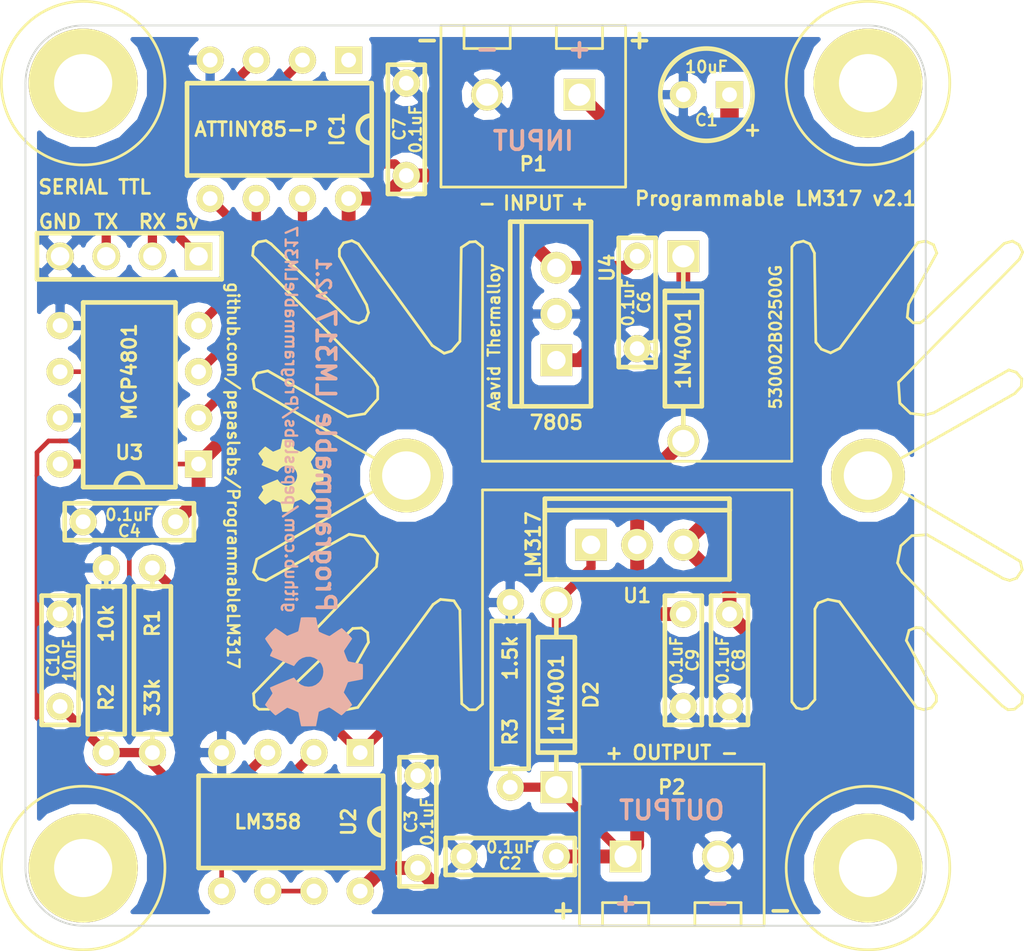
<source format=kicad_pcb>
(kicad_pcb (version 3) (host pcbnew "(22-Jun-2014 BZR 4027)-stable")

  (general
    (links 52)
    (no_connects 0)
    (area 115.204114 121.535999 177.113001 174.374001)
    (thickness 1.6)
    (drawings 36)
    (tracks 123)
    (zones 0)
    (modules 29)
    (nets 14)
  )

  (page A3)
  (layers
    (15 F.Cu signal)
    (0 B.Cu signal)
    (16 B.Adhes user)
    (17 F.Adhes user)
    (18 B.Paste user)
    (19 F.Paste user)
    (20 B.SilkS user)
    (21 F.SilkS user)
    (22 B.Mask user)
    (23 F.Mask user)
    (24 Dwgs.User user)
    (25 Cmts.User user)
    (26 Eco1.User user)
    (27 Eco2.User user)
    (28 Edge.Cuts user)
  )

  (setup
    (last_trace_width 0.762)
    (user_trace_width 0.508)
    (user_trace_width 0.762)
    (user_trace_width 1.016)
    (user_trace_width 1.524)
    (user_trace_width 2.032)
    (trace_clearance 0.254)
    (zone_clearance 0.508)
    (zone_45_only no)
    (trace_min 0.254)
    (segment_width 0.2)
    (edge_width 0.1)
    (via_size 0.889)
    (via_drill 0.635)
    (via_min_size 0.889)
    (via_min_drill 0.508)
    (uvia_size 0.508)
    (uvia_drill 0.127)
    (uvias_allowed no)
    (uvia_min_size 0.508)
    (uvia_min_drill 0.127)
    (pcb_text_width 0.2032)
    (pcb_text_size 1.016 1.016)
    (mod_edge_width 0.15)
    (mod_text_size 1 1)
    (mod_text_width 0.15)
    (pad_size 1.7526 1.7526)
    (pad_drill 1.2192)
    (pad_to_mask_clearance 0)
    (aux_axis_origin 0 0)
    (visible_elements 7FFFFFFF)
    (pcbplotparams
      (layerselection 284196865)
      (usegerberextensions true)
      (excludeedgelayer true)
      (linewidth 0.150000)
      (plotframeref false)
      (viasonmask false)
      (mode 1)
      (useauxorigin false)
      (hpglpennumber 1)
      (hpglpenspeed 20)
      (hpglpendiameter 15)
      (hpglpenoverlay 2)
      (psnegative false)
      (psa4output false)
      (plotreference true)
      (plotvalue true)
      (plotothertext true)
      (plotinvisibletext false)
      (padsonsilk false)
      (subtractmaskfromsilk false)
      (outputformat 1)
      (mirror false)
      (drillshape 0)
      (scaleselection 1)
      (outputdirectory gerbers))
  )

  (net 0 "")
  (net 1 5V)
  (net 2 GND)
  (net 3 N-0000010)
  (net 4 N-0000014)
  (net 5 N-0000016)
  (net 6 N-0000017)
  (net 7 N-0000018)
  (net 8 N-000008)
  (net 9 N-000009)
  (net 10 RX)
  (net 11 TX)
  (net 12 Vcc)
  (net 13 Vout)

  (net_class Default "This is the default net class."
    (clearance 0.254)
    (trace_width 0.254)
    (via_dia 0.889)
    (via_drill 0.635)
    (uvia_dia 0.508)
    (uvia_drill 0.127)
    (add_net "")
    (add_net 5V)
    (add_net GND)
    (add_net N-0000010)
    (add_net N-0000014)
    (add_net N-0000016)
    (add_net N-0000017)
    (add_net N-0000018)
    (add_net N-000008)
    (add_net N-000009)
    (add_net RX)
    (add_net TX)
    (add_net Vcc)
    (add_net Vout)
  )

  (module TO-220_V_069A (layer F.Cu) (tedit 5512CD26) (tstamp 5512132B)
    (at 151.13 141.605 90)
    (descr "TO-220, vertical, 0.04\" holes, 0.069\" pads")
    (tags "TR TO220")
    (path /550F966D)
    (fp_text reference U4 (at 5.08 2.794 90) (layer F.SilkS)
      (effects (font (size 0.762 0.762) (thickness 0.1524)))
    )
    (fp_text value 7805 (at -3.429 0 180) (layer F.SilkS)
      (effects (font (size 0.762 0.762) (thickness 0.1524)))
    )
    (fp_line (start -2.54 -1.905) (end -2.54 -2.54) (layer F.SilkS) (width 0.254))
    (fp_line (start -2.54 -2.54) (end 7.62 -2.54) (layer F.SilkS) (width 0.254))
    (fp_line (start 7.62 -2.54) (end 7.62 -1.905) (layer F.SilkS) (width 0.254))
    (fp_line (start -2.54 1.905) (end -2.54 -1.905) (layer F.SilkS) (width 0.254))
    (fp_line (start -2.54 -1.905) (end 7.62 -1.905) (layer F.SilkS) (width 0.254))
    (fp_line (start 7.62 -1.905) (end 7.62 1.905) (layer F.SilkS) (width 0.254))
    (fp_line (start 7.62 1.905) (end -2.54 1.905) (layer F.SilkS) (width 0.254))
    (pad 1 thru_hole rect (at 0 0 180) (size 1.7526 1.7526) (drill 1.016)
      (layers *.Cu *.Mask F.SilkS)
      (net 12 Vcc)
    )
    (pad 2 thru_hole oval (at 2.54 0 180) (size 1.7526 1.7526) (drill 1.016)
      (layers *.Cu *.Mask F.SilkS)
      (net 2 GND)
    )
    (pad 3 thru_hole oval (at 5.08 0 180) (size 1.7526 1.7526) (drill 1.016)
      (layers *.Cu *.Mask F.SilkS)
      (net 1 5V)
    )
  )

  (module TO-220_V_069A (layer F.Cu) (tedit 53A23DA0) (tstamp 5512131D)
    (at 153.035 151.765)
    (descr "TO-220, vertical, 0.04\" holes, 0.069\" pads")
    (tags "TR TO220")
    (path /550F906F)
    (fp_text reference U1 (at 2.54 2.794) (layer F.SilkS)
      (effects (font (size 0.762 0.762) (thickness 0.1524)))
    )
    (fp_text value LM317 (at -3.175 0 90) (layer F.SilkS)
      (effects (font (size 0.762 0.762) (thickness 0.1524)))
    )
    (fp_line (start -2.54 -1.905) (end -2.54 -2.54) (layer F.SilkS) (width 0.254))
    (fp_line (start -2.54 -2.54) (end 7.62 -2.54) (layer F.SilkS) (width 0.254))
    (fp_line (start 7.62 -2.54) (end 7.62 -1.905) (layer F.SilkS) (width 0.254))
    (fp_line (start -2.54 1.905) (end -2.54 -1.905) (layer F.SilkS) (width 0.254))
    (fp_line (start -2.54 -1.905) (end 7.62 -1.905) (layer F.SilkS) (width 0.254))
    (fp_line (start 7.62 -1.905) (end 7.62 1.905) (layer F.SilkS) (width 0.254))
    (fp_line (start 7.62 1.905) (end -2.54 1.905) (layer F.SilkS) (width 0.254))
    (pad 1 thru_hole rect (at 0 0 90) (size 1.7526 1.7526) (drill 1.016)
      (layers *.Cu *.Mask F.SilkS)
      (net 5 N-0000016)
    )
    (pad 2 thru_hole oval (at 2.54 0 90) (size 1.7526 1.7526) (drill 1.016)
      (layers *.Cu *.Mask F.SilkS)
      (net 13 Vout)
    )
    (pad 3 thru_hole oval (at 5.08 0 90) (size 1.7526 1.7526) (drill 1.016)
      (layers *.Cu *.Mask F.SilkS)
      (net 12 Vcc)
    )
  )

  (module R_AXIAL_0W25_059A (layer F.Cu) (tedit 53A245D9) (tstamp 55121338)
    (at 128.905 153.035 270)
    (descr "Resistor Axial 1/4W 0.4\"")
    (tags R)
    (path /550F91CC)
    (autoplace_cost180 10)
    (fp_text reference R1 (at 3.048 0 270) (layer F.SilkS)
      (effects (font (size 0.762 0.762) (thickness 0.1524)))
    )
    (fp_text value 33k (at 7.112 0 270) (layer F.SilkS)
      (effects (font (size 0.762 0.762) (thickness 0.1524)))
    )
    (fp_line (start 0 0) (end 1.016 0) (layer F.SilkS) (width 0.254))
    (fp_line (start 1.016 0) (end 1.016 -1.016) (layer F.SilkS) (width 0.254))
    (fp_line (start 1.016 -1.016) (end 9.144 -1.016) (layer F.SilkS) (width 0.254))
    (fp_line (start 9.144 -1.016) (end 9.144 1.016) (layer F.SilkS) (width 0.254))
    (fp_line (start 9.144 1.016) (end 1.016 1.016) (layer F.SilkS) (width 0.254))
    (fp_line (start 1.016 1.016) (end 1.016 0) (layer F.SilkS) (width 0.254))
    (fp_line (start 10.16 0) (end 9.144 0) (layer F.SilkS) (width 0.254))
    (pad 1 thru_hole oval (at 0 0 270) (size 1.4986 1.4986) (drill 0.8128)
      (layers *.Cu *.Mask F.SilkS)
      (net 5 N-0000016)
    )
    (pad 2 thru_hole oval (at 10.16 0 270) (size 1.4986 1.4986) (drill 0.8128)
      (layers *.Cu *.Mask F.SilkS)
      (net 6 N-0000017)
    )
    (model discret/resistor.wrl
      (at (xyz 0 0 0))
      (scale (xyz 0.4 0.4 0.4))
      (rotate (xyz 0 0 0))
    )
  )

  (module R_AXIAL_0W25_059A (layer F.Cu) (tedit 53A245D9) (tstamp 55121345)
    (at 126.365 163.195 90)
    (descr "Resistor Axial 1/4W 0.4\"")
    (tags R)
    (path /550F91DB)
    (autoplace_cost180 10)
    (fp_text reference R2 (at 3.048 0 90) (layer F.SilkS)
      (effects (font (size 0.762 0.762) (thickness 0.1524)))
    )
    (fp_text value 10k (at 7.112 0 90) (layer F.SilkS)
      (effects (font (size 0.762 0.762) (thickness 0.1524)))
    )
    (fp_line (start 0 0) (end 1.016 0) (layer F.SilkS) (width 0.254))
    (fp_line (start 1.016 0) (end 1.016 -1.016) (layer F.SilkS) (width 0.254))
    (fp_line (start 1.016 -1.016) (end 9.144 -1.016) (layer F.SilkS) (width 0.254))
    (fp_line (start 9.144 -1.016) (end 9.144 1.016) (layer F.SilkS) (width 0.254))
    (fp_line (start 9.144 1.016) (end 1.016 1.016) (layer F.SilkS) (width 0.254))
    (fp_line (start 1.016 1.016) (end 1.016 0) (layer F.SilkS) (width 0.254))
    (fp_line (start 10.16 0) (end 9.144 0) (layer F.SilkS) (width 0.254))
    (pad 1 thru_hole oval (at 0 0 90) (size 1.4986 1.4986) (drill 0.8128)
      (layers *.Cu *.Mask F.SilkS)
      (net 6 N-0000017)
    )
    (pad 2 thru_hole oval (at 10.16 0 90) (size 1.4986 1.4986) (drill 0.8128)
      (layers *.Cu *.Mask F.SilkS)
      (net 2 GND)
    )
    (model discret/resistor.wrl
      (at (xyz 0 0 0))
      (scale (xyz 0.4 0.4 0.4))
      (rotate (xyz 0 0 0))
    )
  )

  (module CERCAP_2_059A (layer F.Cu) (tedit 53A24A4F) (tstamp 551213A5)
    (at 143.51 167.005 90)
    (descr "Capacitor, 0.2\" pin spacing")
    (tags C)
    (path /550F9257)
    (fp_text reference C3 (at 0 -0.381 90) (layer F.SilkS)
      (effects (font (size 0.635 0.635) (thickness 0.127)))
    )
    (fp_text value 0.1uF (at 0 0.508 90) (layer F.SilkS)
      (effects (font (size 0.635 0.635) (thickness 0.127)))
    )
    (fp_line (start -3.556 -1.016) (end 3.556 -1.016) (layer F.SilkS) (width 0.254))
    (fp_line (start 3.556 -1.016) (end 3.556 1.016) (layer F.SilkS) (width 0.254))
    (fp_line (start 3.556 1.016) (end -3.556 1.016) (layer F.SilkS) (width 0.254))
    (fp_line (start -3.556 1.016) (end -3.556 -1.016) (layer F.SilkS) (width 0.254))
    (pad 1 thru_hole circle (at -2.54 0 90) (size 1.4986 1.4986) (drill 0.8128)
      (layers *.Cu *.Mask F.SilkS)
      (net 12 Vcc)
    )
    (pad 2 thru_hole circle (at 2.54 0 90) (size 1.4986 1.4986) (drill 0.8128)
      (layers *.Cu *.Mask F.SilkS)
      (net 2 GND)
    )
    (model discret/capa_2pas_5x5mm.wrl
      (at (xyz 0 0 0))
      (scale (xyz 1 1 1))
      (rotate (xyz 0 0 0))
    )
  )

  (module CERCAP_2_059A (layer F.Cu) (tedit 53A24A4F) (tstamp 551213AF)
    (at 142.875 128.905 90)
    (descr "Capacitor, 0.2\" pin spacing")
    (tags C)
    (path /550F97D7)
    (fp_text reference C7 (at 0 -0.381 90) (layer F.SilkS)
      (effects (font (size 0.635 0.635) (thickness 0.127)))
    )
    (fp_text value 0.1uF (at 0 0.508 90) (layer F.SilkS)
      (effects (font (size 0.635 0.635) (thickness 0.127)))
    )
    (fp_line (start -3.556 -1.016) (end 3.556 -1.016) (layer F.SilkS) (width 0.254))
    (fp_line (start 3.556 -1.016) (end 3.556 1.016) (layer F.SilkS) (width 0.254))
    (fp_line (start 3.556 1.016) (end -3.556 1.016) (layer F.SilkS) (width 0.254))
    (fp_line (start -3.556 1.016) (end -3.556 -1.016) (layer F.SilkS) (width 0.254))
    (pad 1 thru_hole circle (at -2.54 0 90) (size 1.4986 1.4986) (drill 0.8128)
      (layers *.Cu *.Mask F.SilkS)
      (net 1 5V)
    )
    (pad 2 thru_hole circle (at 2.54 0 90) (size 1.4986 1.4986) (drill 0.8128)
      (layers *.Cu *.Mask F.SilkS)
      (net 2 GND)
    )
    (model discret/capa_2pas_5x5mm.wrl
      (at (xyz 0 0 0))
      (scale (xyz 1 1 1))
      (rotate (xyz 0 0 0))
    )
  )

  (module CERCAP_2_059A (layer F.Cu) (tedit 5512CF5C) (tstamp 551213B9)
    (at 127.635 150.495 180)
    (descr "Capacitor, 0.2\" pin spacing")
    (tags C)
    (path /550F99AE)
    (fp_text reference C4 (at 0 -0.508 180) (layer F.SilkS)
      (effects (font (size 0.635 0.635) (thickness 0.127)))
    )
    (fp_text value 0.1uF (at 0 0.381 180) (layer F.SilkS)
      (effects (font (size 0.635 0.635) (thickness 0.127)))
    )
    (fp_line (start -3.556 -1.016) (end 3.556 -1.016) (layer F.SilkS) (width 0.254))
    (fp_line (start 3.556 -1.016) (end 3.556 1.016) (layer F.SilkS) (width 0.254))
    (fp_line (start 3.556 1.016) (end -3.556 1.016) (layer F.SilkS) (width 0.254))
    (fp_line (start -3.556 1.016) (end -3.556 -1.016) (layer F.SilkS) (width 0.254))
    (pad 1 thru_hole circle (at -2.54 0 180) (size 1.4986 1.4986) (drill 0.8128)
      (layers *.Cu *.Mask F.SilkS)
      (net 1 5V)
    )
    (pad 2 thru_hole circle (at 2.54 0 180) (size 1.4986 1.4986) (drill 0.8128)
      (layers *.Cu *.Mask F.SilkS)
      (net 2 GND)
    )
    (model discret/capa_2pas_5x5mm.wrl
      (at (xyz 0 0 0))
      (scale (xyz 1 1 1))
      (rotate (xyz 0 0 0))
    )
  )

  (module DIP8_059A (layer F.Cu) (tedit 53A23991) (tstamp 55121467)
    (at 140.335 163.195 180)
    (descr "8-lead DIP package")
    (tags DIP)
    (path /550F91B8)
    (fp_text reference U2 (at 0.635 -3.81 270) (layer F.SilkS)
      (effects (font (size 0.762 0.762) (thickness 0.1524)))
    )
    (fp_text value LM358 (at 5.08 -3.81 180) (layer F.SilkS)
      (effects (font (size 0.762 0.762) (thickness 0.1524)))
    )
    (fp_arc (start -1.27 -3.81) (end -1.27 -4.572) (angle 90) (layer F.SilkS) (width 0.254))
    (fp_arc (start -1.27 -3.81) (end -0.508 -3.81) (angle 90) (layer F.SilkS) (width 0.254))
    (fp_line (start -1.27 -6.35) (end 8.89 -6.35) (layer F.SilkS) (width 0.254))
    (fp_line (start 8.89 -6.35) (end 8.89 -1.27) (layer F.SilkS) (width 0.254))
    (fp_line (start 8.89 -1.27) (end -1.27 -1.27) (layer F.SilkS) (width 0.254))
    (fp_line (start -1.27 -1.27) (end -1.27 -6.35) (layer F.SilkS) (width 0.254))
    (pad 1 thru_hole rect (at 0 0 180) (size 1.4986 1.4986) (drill 0.8128)
      (layers *.Cu *.Mask F.SilkS)
      (net 5 N-0000016)
    )
    (pad 2 thru_hole oval (at 2.54 0 180) (size 1.4986 1.4986) (drill 0.8128)
      (layers *.Cu *.Mask F.SilkS)
      (net 6 N-0000017)
    )
    (pad 3 thru_hole oval (at 5.08 0 180) (size 1.4986 1.4986) (drill 0.8128)
      (layers *.Cu *.Mask F.SilkS)
      (net 7 N-0000018)
    )
    (pad 4 thru_hole oval (at 7.62 0 180) (size 1.4986 1.4986) (drill 0.8128)
      (layers *.Cu *.Mask F.SilkS)
      (net 2 GND)
    )
    (pad 5 thru_hole oval (at 7.62 -7.62 180) (size 1.4986 1.4986) (drill 0.8128)
      (layers *.Cu *.Mask F.SilkS)
      (net 1 5V)
    )
    (pad 6 thru_hole oval (at 5.08 -7.62 180) (size 1.4986 1.4986) (drill 0.8128)
      (layers *.Cu *.Mask F.SilkS)
      (net 4 N-0000014)
    )
    (pad 8 thru_hole oval (at 0 -7.62 180) (size 1.4986 1.4986) (drill 0.8128)
      (layers *.Cu *.Mask F.SilkS)
      (net 12 Vcc)
    )
    (pad 7 thru_hole oval (at 2.54 -7.62 180) (size 1.4986 1.4986) (drill 0.8128)
      (layers *.Cu *.Mask F.SilkS)
      (net 4 N-0000014)
    )
    (model dil/dil_8.wrl
      (at (xyz 0 0 0))
      (scale (xyz 1 1 1))
      (rotate (xyz 0 0 0))
    )
  )

  (module DIP8_059A (layer F.Cu) (tedit 53A23991) (tstamp 55121479)
    (at 131.445 147.32 90)
    (descr "8-lead DIP package")
    (tags DIP)
    (path /550F9940)
    (fp_text reference U3 (at 0.635 -3.81 180) (layer F.SilkS)
      (effects (font (size 0.762 0.762) (thickness 0.1524)))
    )
    (fp_text value MCP4801 (at 5.08 -3.81 90) (layer F.SilkS)
      (effects (font (size 0.762 0.762) (thickness 0.1524)))
    )
    (fp_arc (start -1.27 -3.81) (end -1.27 -4.572) (angle 90) (layer F.SilkS) (width 0.254))
    (fp_arc (start -1.27 -3.81) (end -0.508 -3.81) (angle 90) (layer F.SilkS) (width 0.254))
    (fp_line (start -1.27 -6.35) (end 8.89 -6.35) (layer F.SilkS) (width 0.254))
    (fp_line (start 8.89 -6.35) (end 8.89 -1.27) (layer F.SilkS) (width 0.254))
    (fp_line (start 8.89 -1.27) (end -1.27 -1.27) (layer F.SilkS) (width 0.254))
    (fp_line (start -1.27 -1.27) (end -1.27 -6.35) (layer F.SilkS) (width 0.254))
    (pad 1 thru_hole rect (at 0 0 90) (size 1.4986 1.4986) (drill 0.8128)
      (layers *.Cu *.Mask F.SilkS)
      (net 1 5V)
    )
    (pad 2 thru_hole oval (at 2.54 0 90) (size 1.4986 1.4986) (drill 0.8128)
      (layers *.Cu *.Mask F.SilkS)
      (net 3 N-0000010)
    )
    (pad 3 thru_hole oval (at 5.08 0 90) (size 1.4986 1.4986) (drill 0.8128)
      (layers *.Cu *.Mask F.SilkS)
      (net 9 N-000009)
    )
    (pad 4 thru_hole oval (at 7.62 0 90) (size 1.4986 1.4986) (drill 0.8128)
      (layers *.Cu *.Mask F.SilkS)
      (net 8 N-000008)
    )
    (pad 5 thru_hole oval (at 7.62 -7.62 90) (size 1.4986 1.4986) (drill 0.8128)
      (layers *.Cu *.Mask F.SilkS)
      (net 2 GND)
    )
    (pad 6 thru_hole oval (at 5.08 -7.62 90) (size 1.4986 1.4986) (drill 0.8128)
      (layers *.Cu *.Mask F.SilkS)
      (net 1 5V)
    )
    (pad 8 thru_hole oval (at 0 -7.62 90) (size 1.4986 1.4986) (drill 0.8128)
      (layers *.Cu *.Mask F.SilkS)
      (net 7 N-0000018)
    )
    (pad 7 thru_hole oval (at 2.54 -7.62 90) (size 1.4986 1.4986) (drill 0.8128)
      (layers *.Cu *.Mask F.SilkS)
      (net 2 GND)
    )
    (model dil/dil_8.wrl
      (at (xyz 0 0 0))
      (scale (xyz 1 1 1))
      (rotate (xyz 0 0 0))
    )
  )

  (module DIP8_059A (layer F.Cu) (tedit 5512CD55) (tstamp 551213FB)
    (at 139.7 125.095 180)
    (descr "8-lead DIP package")
    (tags DIP)
    (path /550F9657)
    (fp_text reference IC1 (at 0.635 -3.81 270) (layer F.SilkS)
      (effects (font (size 0.762 0.762) (thickness 0.1524)))
    )
    (fp_text value ATTINY85-P (at 5.08 -3.81 180) (layer F.SilkS)
      (effects (font (size 0.762 0.762) (thickness 0.1524)))
    )
    (fp_arc (start -1.27 -3.81) (end -1.27 -4.572) (angle 90) (layer F.SilkS) (width 0.254))
    (fp_arc (start -1.27 -3.81) (end -0.508 -3.81) (angle 90) (layer F.SilkS) (width 0.254))
    (fp_line (start -1.27 -6.35) (end 8.89 -6.35) (layer F.SilkS) (width 0.254))
    (fp_line (start 8.89 -6.35) (end 8.89 -1.27) (layer F.SilkS) (width 0.254))
    (fp_line (start 8.89 -1.27) (end -1.27 -1.27) (layer F.SilkS) (width 0.254))
    (fp_line (start -1.27 -1.27) (end -1.27 -6.35) (layer F.SilkS) (width 0.254))
    (pad 1 thru_hole rect (at 0 0 180) (size 1.4986 1.4986) (drill 0.8128)
      (layers *.Cu *.Mask F.SilkS)
    )
    (pad 2 thru_hole oval (at 2.54 0 180) (size 1.4986 1.4986) (drill 0.8128)
      (layers *.Cu *.Mask F.SilkS)
      (net 10 RX)
    )
    (pad 3 thru_hole oval (at 5.08 0 180) (size 1.4986 1.4986) (drill 0.8128)
      (layers *.Cu *.Mask F.SilkS)
      (net 11 TX)
    )
    (pad 4 thru_hole oval (at 7.62 0 180) (size 1.4986 1.4986) (drill 0.8128)
      (layers *.Cu *.Mask F.SilkS)
      (net 2 GND)
    )
    (pad 5 thru_hole oval (at 7.62 -7.62 180) (size 1.4986 1.4986) (drill 0.8128)
      (layers *.Cu *.Mask F.SilkS)
      (net 8 N-000008)
    )
    (pad 6 thru_hole oval (at 5.08 -7.62 180) (size 1.4986 1.4986) (drill 0.8128)
      (layers *.Cu *.Mask F.SilkS)
      (net 9 N-000009)
    )
    (pad 8 thru_hole oval (at 0 -7.62 180) (size 1.4986 1.4986) (drill 0.8128)
      (layers *.Cu *.Mask F.SilkS)
      (net 1 5V)
    )
    (pad 7 thru_hole oval (at 2.54 -7.62 180) (size 1.4986 1.4986) (drill 0.8128)
      (layers *.Cu *.Mask F.SilkS)
      (net 3 N-0000010)
    )
    (model dil/dil_8.wrl
      (at (xyz 0 0 0))
      (scale (xyz 1 1 1))
      (rotate (xyz 0 0 0))
    )
  )

  (module 530002B02500G (layer F.Cu) (tedit 5A93591F) (tstamp 55127A32)
    (at 168.275 147.955 180)
    (descr "Aavid Thermalloy 530002B02500G TO-220 heat sink")
    (fp_text reference H*** (at 0.508 -11.938 180) (layer F.SilkS) hide
      (effects (font (size 1.016 1.016) (thickness 0.2032)))
    )
    (fp_text value 530002B02500G (at 5.08 7.62 270) (layer F.SilkS)
      (effects (font (size 0.635 0.635) (thickness 0.127)))
    )
    (fp_text user "Aavid Thermalloy" (at 20.574 7.62 270) (layer F.SilkS)
      (effects (font (size 0.635 0.635) (thickness 0.127)))
    )
    (fp_line (start 21.59 12.8778) (end 21.209 12.573) (layer F.SilkS) (width 0.15))
    (fp_line (start 21.209 0.7874) (end 21.209 12.573) (layer F.SilkS) (width 0.15))
    (fp_line (start 21.5646 -12.8778) (end 21.209 -12.573) (layer F.SilkS) (width 0.15))
    (fp_line (start 21.209 -0.7874) (end 21.209 -12.573) (layer F.SilkS) (width 0.15))
    (fp_line (start 3.9878 12.8016) (end 4.191 12.573) (layer F.SilkS) (width 0.15))
    (fp_line (start 4.191 0.7874) (end 4.191 12.573) (layer F.SilkS) (width 0.15))
    (fp_line (start 4.191 -12.446) (end 3.937 -12.7762) (layer F.SilkS) (width 0.15))
    (fp_line (start 4.191 -0.7874) (end 4.191 -12.446) (layer F.SilkS) (width 0.15))
    (fp_line (start -1.1176 -0.4356) (end -8.382 -4.7282) (layer F.SilkS) (width 0.15))
    (fp_line (start -8.382 -4.7282) (end -8.4836 -5.1854) (layer F.SilkS) (width 0.15))
    (fp_line (start -8.4836 -5.1854) (end -8.1788 -5.6426) (layer F.SilkS) (width 0.15))
    (fp_line (start -8.1788 -5.6426) (end -7.7978 -5.7696) (layer F.SilkS) (width 0.15))
    (fp_line (start -7.7978 -5.7696) (end -7.4422 -5.668) (layer F.SilkS) (width 0.15))
    (fp_line (start -7.4422 -5.668) (end -3.2512 -3.255) (layer F.SilkS) (width 0.15))
    (fp_line (start -3.2512 -3.255) (end -2.413 -3.3058) (layer F.SilkS) (width 0.15))
    (fp_line (start -2.413 -3.3058) (end -1.8034 -3.8646) (layer F.SilkS) (width 0.15))
    (fp_line (start -1.8034 -3.8646) (end -1.6256 -4.8044) (layer F.SilkS) (width 0.15))
    (fp_line (start -1.6256 -4.8044) (end -1.8796 -5.3124) (layer F.SilkS) (width 0.15))
    (fp_line (start -1.8796 -5.3124) (end -8.509 -12.0942) (layer F.SilkS) (width 0.15))
    (fp_line (start -8.509 -12.0942) (end -8.4582 -12.526) (layer F.SilkS) (width 0.15))
    (fp_line (start -8.4582 -12.526) (end -8.0518 -12.8562) (layer F.SilkS) (width 0.15))
    (fp_line (start -8.0518 -12.8562) (end -7.6962 -12.8816) (layer F.SilkS) (width 0.15))
    (fp_line (start -7.6962 -12.8816) (end -7.3914 -12.6784) (layer F.SilkS) (width 0.15))
    (fp_line (start -7.3914 -12.6784) (end -2.9464 -8.3858) (layer F.SilkS) (width 0.15))
    (fp_line (start -2.9464 -8.3858) (end -2.6416 -8.3604) (layer F.SilkS) (width 0.15))
    (fp_line (start -2.6416 -8.3604) (end -2.2606 -8.5128) (layer F.SilkS) (width 0.15))
    (fp_line (start -2.2606 -8.5128) (end -2.1082 -9.0716) (layer F.SilkS) (width 0.15))
    (fp_line (start -2.1082 -9.0716) (end -3.7592 -12.0942) (layer F.SilkS) (width 0.15))
    (fp_line (start -3.7592 -12.0942) (end -3.7592 -12.4244) (layer F.SilkS) (width 0.15))
    (fp_line (start -3.7592 -12.4244) (end -3.4798 -12.78) (layer F.SilkS) (width 0.15))
    (fp_line (start -3.4798 -12.78) (end -3.0734 -12.8816) (layer F.SilkS) (width 0.15))
    (fp_line (start -3.0734 -12.8816) (end -2.6924 -12.78) (layer F.SilkS) (width 0.15))
    (fp_line (start -2.6924 -12.78) (end 1.5748 -6.938) (layer F.SilkS) (width 0.15))
    (fp_line (start 1.5748 -6.938) (end 2.2098 -6.811) (layer F.SilkS) (width 0.15))
    (fp_line (start 2.2098 -6.811) (end 2.7432 -7.0142) (layer F.SilkS) (width 0.15))
    (fp_line (start 2.7432 -7.0142) (end 2.921 -7.3444) (layer F.SilkS) (width 0.15))
    (fp_line (start 2.921 -7.3444) (end 2.921 -12.3228) (layer F.SilkS) (width 0.15))
    (fp_line (start 2.921 -12.3228) (end 3.3274 -12.78) (layer F.SilkS) (width 0.15))
    (fp_line (start 3.3274 -12.78) (end 3.6322 -12.8562) (layer F.SilkS) (width 0.15))
    (fp_line (start 3.6322 -12.8562) (end 3.937 -12.78) (layer F.SilkS) (width 0.15))
    (fp_line (start 3.9878 12.8016) (end 3.556 12.8994) (layer F.SilkS) (width 0.15))
    (fp_line (start 3.556 12.8994) (end 3.2004 12.747) (layer F.SilkS) (width 0.15))
    (fp_line (start 3.2004 12.747) (end 2.9464 12.239) (layer F.SilkS) (width 0.15))
    (fp_line (start 2.9464 12.239) (end 2.8702 7.3368) (layer F.SilkS) (width 0.15))
    (fp_line (start 2.8702 7.3368) (end 2.5654 6.9558) (layer F.SilkS) (width 0.15))
    (fp_line (start 2.5654 6.9558) (end 2.0574 6.7526) (layer F.SilkS) (width 0.15))
    (fp_line (start 2.0574 6.7526) (end 1.5494 7.0066) (layer F.SilkS) (width 0.15))
    (fp_line (start 1.5494 7.0066) (end -2.7432 12.8232) (layer F.SilkS) (width 0.15))
    (fp_line (start -2.7432 12.8232) (end -3.175 12.8994) (layer F.SilkS) (width 0.15))
    (fp_line (start -3.175 12.8994) (end -3.6068 12.6962) (layer F.SilkS) (width 0.15))
    (fp_line (start -3.6068 12.6962) (end -3.7846 12.239) (layer F.SilkS) (width 0.15))
    (fp_line (start -3.7846 12.239) (end -2.2352 9.4196) (layer F.SilkS) (width 0.15))
    (fp_line (start -2.2352 9.4196) (end -2.159 8.7084) (layer F.SilkS) (width 0.15))
    (fp_line (start -2.159 8.7084) (end -2.4892 8.4036) (layer F.SilkS) (width 0.15))
    (fp_line (start -2.4892 8.4036) (end -2.8702 8.4036) (layer F.SilkS) (width 0.15))
    (fp_line (start -2.8702 8.4036) (end -3.1242 8.5814) (layer F.SilkS) (width 0.15))
    (fp_line (start -3.1242 8.5814) (end -7.493 12.7724) (layer F.SilkS) (width 0.15))
    (fp_line (start -7.493 12.7724) (end -7.9502 12.8994) (layer F.SilkS) (width 0.15))
    (fp_line (start -7.9502 12.8994) (end -8.3058 12.6962) (layer F.SilkS) (width 0.15))
    (fp_line (start -8.3058 12.6962) (end -8.509 12.2898) (layer F.SilkS) (width 0.15))
    (fp_line (start -8.509 12.2898) (end -8.3312 11.9088) (layer F.SilkS) (width 0.15))
    (fp_line (start -8.3312 11.9088) (end -1.6764 5.127) (layer F.SilkS) (width 0.15))
    (fp_line (start -1.6764 5.127) (end -1.7526 3.984) (layer F.SilkS) (width 0.15))
    (fp_line (start -1.7526 3.984) (end -2.3368 3.4252) (layer F.SilkS) (width 0.15))
    (fp_line (start -2.3368 3.4252) (end -3.0988 3.3236) (layer F.SilkS) (width 0.15))
    (fp_line (start -3.0988 3.3236) (end -3.6068 3.4506) (layer F.SilkS) (width 0.15))
    (fp_line (start -3.6068 3.4506) (end -7.747 5.8128) (layer F.SilkS) (width 0.15))
    (fp_line (start -7.747 5.8128) (end -8.1534 5.6858) (layer F.SilkS) (width 0.15))
    (fp_line (start -8.1534 5.6858) (end -8.4582 5.3302) (layer F.SilkS) (width 0.15))
    (fp_line (start -8.4582 5.3302) (end -8.4328 4.8984) (layer F.SilkS) (width 0.15))
    (fp_line (start -8.4328 4.8984) (end -8.0772 4.5174) (layer F.SilkS) (width 0.15))
    (fp_line (start -8.0772 4.5174) (end -1.1176 0.555) (layer F.SilkS) (width 0.15))
    (fp_line (start 26.5176 0.5804) (end 33.7566 4.7968) (layer F.SilkS) (width 0.15))
    (fp_line (start 33.7566 4.7968) (end 33.8328 5.3048) (layer F.SilkS) (width 0.15))
    (fp_line (start 33.8328 5.3048) (end 33.6042 5.635) (layer F.SilkS) (width 0.15))
    (fp_line (start 33.6042 5.635) (end 33.02 5.762) (layer F.SilkS) (width 0.15))
    (fp_line (start 33.02 5.762) (end 28.6258 3.2474) (layer F.SilkS) (width 0.15))
    (fp_line (start 28.6258 3.2474) (end 27.686 3.3998) (layer F.SilkS) (width 0.15))
    (fp_line (start 27.686 3.3998) (end 26.9748 4.2126) (layer F.SilkS) (width 0.15))
    (fp_line (start 26.9748 4.2126) (end 26.9748 4.873) (layer F.SilkS) (width 0.15))
    (fp_line (start 26.9748 4.873) (end 27.2034 5.3302) (layer F.SilkS) (width 0.15))
    (fp_line (start 27.2034 5.3302) (end 33.8582 12.112) (layer F.SilkS) (width 0.15))
    (fp_line (start 33.8582 12.112) (end 33.8074 12.5946) (layer F.SilkS) (width 0.15))
    (fp_line (start 33.8074 12.5946) (end 33.5534 12.8486) (layer F.SilkS) (width 0.15))
    (fp_line (start 33.5534 12.8486) (end 33.1216 12.9248) (layer F.SilkS) (width 0.15))
    (fp_line (start 33.1216 12.9248) (end 32.8422 12.747) (layer F.SilkS) (width 0.15))
    (fp_line (start 32.8422 12.747) (end 28.4734 8.5052) (layer F.SilkS) (width 0.15))
    (fp_line (start 28.4734 8.5052) (end 28.0162 8.3782) (layer F.SilkS) (width 0.15))
    (fp_line (start 28.0162 8.3782) (end 27.6352 8.556) (layer F.SilkS) (width 0.15))
    (fp_line (start 27.6352 8.556) (end 27.4828 8.9624) (layer F.SilkS) (width 0.15))
    (fp_line (start 27.4828 8.9624) (end 27.5844 9.3942) (layer F.SilkS) (width 0.15))
    (fp_line (start 27.5844 9.3942) (end 29.083 12.0612) (layer F.SilkS) (width 0.15))
    (fp_line (start 29.083 12.0612) (end 29.083 12.4676) (layer F.SilkS) (width 0.15))
    (fp_line (start 29.083 12.4676) (end 28.8544 12.7978) (layer F.SilkS) (width 0.15))
    (fp_line (start 28.8544 12.7978) (end 28.3972 12.9248) (layer F.SilkS) (width 0.15))
    (fp_line (start 28.3972 12.9248) (end 28.0416 12.747) (layer F.SilkS) (width 0.15))
    (fp_line (start 28.0416 12.747) (end 23.9776 7.159) (layer F.SilkS) (width 0.15))
    (fp_line (start 23.9776 7.159) (end 23.3172 6.7272) (layer F.SilkS) (width 0.15))
    (fp_line (start 23.3172 6.7272) (end 22.9108 6.8542) (layer F.SilkS) (width 0.15))
    (fp_line (start 22.9108 6.8542) (end 22.4536 7.3876) (layer F.SilkS) (width 0.15))
    (fp_line (start 22.4536 7.3876) (end 22.3774 12.5438) (layer F.SilkS) (width 0.15))
    (fp_line (start 22.3774 12.5438) (end 21.9202 12.8486) (layer F.SilkS) (width 0.15))
    (fp_line (start 21.9202 12.8486) (end 21.59 12.874) (layer F.SilkS) (width 0.15))
    (fp_line (start 21.9456 -12.8816) (end 22.352 -12.5514) (layer F.SilkS) (width 0.15))
    (fp_line (start 22.352 -12.5514) (end 22.4536 -7.3952) (layer F.SilkS) (width 0.15))
    (fp_line (start 22.4536 -7.3952) (end 22.7838 -6.8872) (layer F.SilkS) (width 0.15))
    (fp_line (start 22.7838 -6.8872) (end 23.5204 -6.811) (layer F.SilkS) (width 0.15))
    (fp_line (start 23.5204 -6.811) (end 23.9268 -7.0904) (layer F.SilkS) (width 0.15))
    (fp_line (start 23.9268 -7.0904) (end 28.067 -12.7546) (layer F.SilkS) (width 0.15))
    (fp_line (start 28.067 -12.7546) (end 28.702 -12.8816) (layer F.SilkS) (width 0.15))
    (fp_line (start 28.702 -12.8816) (end 29.0576 -12.6022) (layer F.SilkS) (width 0.15))
    (fp_line (start 29.0576 -12.6022) (end 29.1084 -12.0434) (layer F.SilkS) (width 0.15))
    (fp_line (start 29.1084 -12.0434) (end 27.4828 -9.1732) (layer F.SilkS) (width 0.15))
    (fp_line (start 27.4828 -9.1732) (end 27.5336 -8.6398) (layer F.SilkS) (width 0.15))
    (fp_line (start 27.5336 -8.6398) (end 27.8638 -8.3858) (layer F.SilkS) (width 0.15))
    (fp_line (start 27.8638 -8.3858) (end 28.3464 -8.4112) (layer F.SilkS) (width 0.15))
    (fp_line (start 28.3464 -8.4112) (end 32.9692 -12.8562) (layer F.SilkS) (width 0.15))
    (fp_line (start 32.9692 -12.8562) (end 33.5026 -12.8562) (layer F.SilkS) (width 0.15))
    (fp_line (start 33.5026 -12.8562) (end 33.7566 -12.6276) (layer F.SilkS) (width 0.15))
    (fp_line (start 33.7566 -12.6276) (end 33.8074 -11.9926) (layer F.SilkS) (width 0.15))
    (fp_line (start 33.8074 -11.9926) (end 27.051 -5.0076) (layer F.SilkS) (width 0.15))
    (fp_line (start 27.051 -5.0076) (end 26.9748 -4.3218) (layer F.SilkS) (width 0.15))
    (fp_line (start 26.9748 -4.3218) (end 27.7114 -3.3566) (layer F.SilkS) (width 0.15))
    (fp_line (start 27.7114 -3.3566) (end 28.5496 -3.2296) (layer F.SilkS) (width 0.15))
    (fp_line (start 28.5496 -3.2296) (end 33.1216 -5.7696) (layer F.SilkS) (width 0.15))
    (fp_line (start 33.1216 -5.7696) (end 33.5534 -5.668) (layer F.SilkS) (width 0.15))
    (fp_line (start 33.5534 -5.668) (end 33.8074 -5.3124) (layer F.SilkS) (width 0.15))
    (fp_line (start 33.8074 -5.3124) (end 33.6296 -4.6012) (layer F.SilkS) (width 0.15))
    (fp_line (start 33.6296 -4.6012) (end 26.543 -0.4864) (layer F.SilkS) (width 0.15))
    (fp_line (start 21.5646 -12.8816) (end 21.9456 -12.8816) (layer F.SilkS) (width 0.15))
    (fp_line (start 4.191 0.7874) (end 21.209 0.7874) (layer F.SilkS) (width 0.15))
    (fp_line (start 4.191 -0.7874) (end 21.209 -0.7874) (layer F.SilkS) (width 0.15))
    (pad 1 thru_hole circle (at 0 0 180) (size 4.064 4.064) (drill 2.667)
      (layers *.Cu *.Mask F.SilkS)
    )
    (pad 2 thru_hole circle (at 25.4 0 180) (size 4.064 4.064) (drill 2.667)
      (layers *.Cu *.Mask F.SilkS)
    )
  )

  (module TERMINAL_BLOCK_2_5mm (layer F.Cu) (tedit 5A93596A) (tstamp 55125D88)
    (at 157.48 168.91)
    (descr "2 pin terminal block, 5mm spacing")
    (tags "CONN DEV")
    (path /550F9EC9)
    (fp_text reference P2 (at 0 -3.81) (layer F.SilkS)
      (effects (font (size 0.762 0.762) (thickness 0.1524)))
    )
    (fp_text value CONN_2 (at 0 -1.905) (layer F.SilkS) hide
      (effects (font (size 0.762 0.762) (thickness 0.1524)))
    )
    (fp_line (start 1.27 3.81) (end 1.27 2.54) (layer F.SilkS) (width 0.15))
    (fp_line (start 1.27 2.54) (end 3.81 2.54) (layer F.SilkS) (width 0.15))
    (fp_line (start 3.81 2.54) (end 3.81 3.81) (layer F.SilkS) (width 0.15))
    (fp_line (start -3.81 3.81) (end -3.81 2.54) (layer F.SilkS) (width 0.15))
    (fp_line (start -3.81 2.54) (end -1.27 2.54) (layer F.SilkS) (width 0.15))
    (fp_line (start -1.27 2.54) (end -1.27 3.81) (layer F.SilkS) (width 0.15))
    (fp_line (start -5.08 -5.08) (end -5.08 3.81) (layer F.SilkS) (width 0.15))
    (fp_line (start -5.08 3.81) (end 5.08 3.81) (layer F.SilkS) (width 0.15))
    (fp_line (start 5.08 3.81) (end 5.08 -5.08) (layer F.SilkS) (width 0.15))
    (fp_line (start 5.08 -5.08) (end -5.08 -5.08) (layer F.SilkS) (width 0.15))
    (pad 1 thru_hole rect (at -2.54 0) (size 1.7526 1.7526) (drill 1.2192)
      (layers *.Cu *.Mask F.SilkS)
      (net 13 Vout)
    )
    (pad 2 thru_hole circle (at 2.54 0) (size 1.7526 1.7526) (drill 1.2192)
      (layers *.Cu *.Mask F.SilkS)
      (net 2 GND)
    )
    (model pin_array/pins_array_2x1.wrl
      (at (xyz 0 0 0))
      (scale (xyz 1 1 1))
      (rotate (xyz 0 0 0))
    )
  )

  (module TERMINAL_BLOCK_2_5mm (layer F.Cu) (tedit 5A9359B0) (tstamp 55125D98)
    (at 149.86 127 180)
    (descr "2 pin terminal block, 5mm spacing")
    (tags "CONN DEV")
    (path /55121266)
    (fp_text reference P1 (at 0 -3.81 180) (layer F.SilkS)
      (effects (font (size 0.762 0.762) (thickness 0.1524)))
    )
    (fp_text value CONN_2 (at 0 -1.905 180) (layer F.SilkS) hide
      (effects (font (size 0.762 0.762) (thickness 0.1524)))
    )
    (fp_line (start 1.27 3.81) (end 1.27 2.54) (layer F.SilkS) (width 0.15))
    (fp_line (start 1.27 2.54) (end 3.81 2.54) (layer F.SilkS) (width 0.15))
    (fp_line (start 3.81 2.54) (end 3.81 3.81) (layer F.SilkS) (width 0.15))
    (fp_line (start -3.81 3.81) (end -3.81 2.54) (layer F.SilkS) (width 0.15))
    (fp_line (start -3.81 2.54) (end -1.27 2.54) (layer F.SilkS) (width 0.15))
    (fp_line (start -1.27 2.54) (end -1.27 3.81) (layer F.SilkS) (width 0.15))
    (fp_line (start -5.08 -5.08) (end -5.08 3.81) (layer F.SilkS) (width 0.15))
    (fp_line (start -5.08 3.81) (end 5.08 3.81) (layer F.SilkS) (width 0.15))
    (fp_line (start 5.08 3.81) (end 5.08 -5.08) (layer F.SilkS) (width 0.15))
    (fp_line (start 5.08 -5.08) (end -5.08 -5.08) (layer F.SilkS) (width 0.15))
    (pad 1 thru_hole rect (at -2.54 0 180) (size 1.7526 1.7526) (drill 1.2192)
      (layers *.Cu *.Mask F.SilkS)
      (net 12 Vcc)
    )
    (pad 2 thru_hole circle (at 2.54 0 180) (size 1.7526 1.7526) (drill 1.2192)
      (layers *.Cu *.Mask F.SilkS)
      (net 2 GND)
    )
    (model pin_array/pins_array_2x1.wrl
      (at (xyz 0 0 0))
      (scale (xyz 1 1 1))
      (rotate (xyz 0 0 0))
    )
  )

  (module hole_M3 (layer F.Cu) (tedit 532CF1F1) (tstamp 55125E34)
    (at 125.095 126.365)
    (descr "M3 mounting hole")
    (path /55125DF8)
    (fp_text reference H1 (at 0 -3.048) (layer F.SilkS) hide
      (effects (font (size 1.016 1.016) (thickness 0.254)))
    )
    (fp_text value HOLE (at 0 2.794) (layer F.SilkS) hide
      (effects (font (size 1.016 1.016) (thickness 0.254)))
    )
    (fp_circle (center 0 0) (end 4.5 0) (layer F.SilkS) (width 0.15))
    (pad 1 thru_hole circle (at 0 0) (size 6 6) (drill 3.2)
      (layers *.Cu *.Mask F.SilkS)
    )
  )

  (module hole_M3 (layer F.Cu) (tedit 532CF1F1) (tstamp 55125E3A)
    (at 125.095 169.545)
    (descr "M3 mounting hole")
    (path /55125E07)
    (fp_text reference H3 (at 0 -3.048) (layer F.SilkS) hide
      (effects (font (size 1.016 1.016) (thickness 0.254)))
    )
    (fp_text value HOLE (at 0 2.794) (layer F.SilkS) hide
      (effects (font (size 1.016 1.016) (thickness 0.254)))
    )
    (fp_circle (center 0 0) (end 4.5 0) (layer F.SilkS) (width 0.15))
    (pad 1 thru_hole circle (at 0 0) (size 6 6) (drill 3.2)
      (layers *.Cu *.Mask F.SilkS)
    )
  )

  (module hole_M3 (layer F.Cu) (tedit 532CF1F1) (tstamp 55125E40)
    (at 168.275 126.365)
    (descr "M3 mounting hole")
    (path /55125E16)
    (fp_text reference H2 (at 0 -3.048) (layer F.SilkS) hide
      (effects (font (size 1.016 1.016) (thickness 0.254)))
    )
    (fp_text value HOLE (at 0 2.794) (layer F.SilkS) hide
      (effects (font (size 1.016 1.016) (thickness 0.254)))
    )
    (fp_circle (center 0 0) (end 4.5 0) (layer F.SilkS) (width 0.15))
    (pad 1 thru_hole circle (at 0 0) (size 6 6) (drill 3.2)
      (layers *.Cu *.Mask F.SilkS)
    )
  )

  (module hole_M3 (layer F.Cu) (tedit 532CF1F1) (tstamp 55125E46)
    (at 168.275 169.545)
    (descr "M3 mounting hole")
    (path /55125E25)
    (fp_text reference H4 (at 0 -3.048) (layer F.SilkS) hide
      (effects (font (size 1.016 1.016) (thickness 0.254)))
    )
    (fp_text value HOLE (at 0 2.794) (layer F.SilkS) hide
      (effects (font (size 1.016 1.016) (thickness 0.254)))
    )
    (fp_circle (center 0 0) (end 4.5 0) (layer F.SilkS) (width 0.15))
    (pad 1 thru_hole circle (at 0 0) (size 6 6) (drill 3.2)
      (layers *.Cu *.Mask F.SilkS)
    )
  )

  (module CERCAP_2_059A (layer F.Cu) (tedit 5512CA18) (tstamp 551262AA)
    (at 160.655 158.115 270)
    (descr "Capacitor, 0.2\" pin spacing")
    (tags C)
    (path /551262B6)
    (fp_text reference C8 (at 0 -0.508 270) (layer F.SilkS)
      (effects (font (size 0.635 0.635) (thickness 0.127)))
    )
    (fp_text value 0.1uF (at 0 0.381 270) (layer F.SilkS)
      (effects (font (size 0.635 0.635) (thickness 0.127)))
    )
    (fp_line (start -3.556 -1.016) (end 3.556 -1.016) (layer F.SilkS) (width 0.254))
    (fp_line (start 3.556 -1.016) (end 3.556 1.016) (layer F.SilkS) (width 0.254))
    (fp_line (start 3.556 1.016) (end -3.556 1.016) (layer F.SilkS) (width 0.254))
    (fp_line (start -3.556 1.016) (end -3.556 -1.016) (layer F.SilkS) (width 0.254))
    (pad 1 thru_hole circle (at -2.54 0 270) (size 1.4986 1.4986) (drill 0.8128)
      (layers *.Cu *.Mask F.SilkS)
      (net 12 Vcc)
    )
    (pad 2 thru_hole circle (at 2.54 0 270) (size 1.4986 1.4986) (drill 0.8128)
      (layers *.Cu *.Mask F.SilkS)
      (net 2 GND)
    )
    (model discret/capa_2pas_5x5mm.wrl
      (at (xyz 0 0 0))
      (scale (xyz 1 1 1))
      (rotate (xyz 0 0 0))
    )
  )

  (module CERCAP_2_059A (layer F.Cu) (tedit 5512CA1F) (tstamp 551262B4)
    (at 158.115 158.115 270)
    (descr "Capacitor, 0.2\" pin spacing")
    (tags C)
    (path /55126430)
    (fp_text reference C9 (at 0 -0.508 270) (layer F.SilkS)
      (effects (font (size 0.635 0.635) (thickness 0.127)))
    )
    (fp_text value 0.1uF (at 0 0.381 270) (layer F.SilkS)
      (effects (font (size 0.635 0.635) (thickness 0.127)))
    )
    (fp_line (start -3.556 -1.016) (end 3.556 -1.016) (layer F.SilkS) (width 0.254))
    (fp_line (start 3.556 -1.016) (end 3.556 1.016) (layer F.SilkS) (width 0.254))
    (fp_line (start 3.556 1.016) (end -3.556 1.016) (layer F.SilkS) (width 0.254))
    (fp_line (start -3.556 1.016) (end -3.556 -1.016) (layer F.SilkS) (width 0.254))
    (pad 1 thru_hole circle (at -2.54 0 270) (size 1.4986 1.4986) (drill 0.8128)
      (layers *.Cu *.Mask F.SilkS)
      (net 13 Vout)
    )
    (pad 2 thru_hole circle (at 2.54 0 270) (size 1.4986 1.4986) (drill 0.8128)
      (layers *.Cu *.Mask F.SilkS)
      (net 2 GND)
    )
    (model discret/capa_2pas_5x5mm.wrl
      (at (xyz 0 0 0))
      (scale (xyz 1 1 1))
      (rotate (xyz 0 0 0))
    )
  )

  (module R_AXIAL_0W25_059A (layer F.Cu) (tedit 53A245D9) (tstamp 55127755)
    (at 148.59 165.1 90)
    (descr "Resistor Axial 1/4W 0.4\"")
    (tags R)
    (path /5512775D)
    (autoplace_cost180 10)
    (fp_text reference R3 (at 3.048 0 90) (layer F.SilkS)
      (effects (font (size 0.762 0.762) (thickness 0.1524)))
    )
    (fp_text value 1.5k (at 7.112 0 90) (layer F.SilkS)
      (effects (font (size 0.762 0.762) (thickness 0.1524)))
    )
    (fp_line (start 0 0) (end 1.016 0) (layer F.SilkS) (width 0.254))
    (fp_line (start 1.016 0) (end 1.016 -1.016) (layer F.SilkS) (width 0.254))
    (fp_line (start 1.016 -1.016) (end 9.144 -1.016) (layer F.SilkS) (width 0.254))
    (fp_line (start 9.144 -1.016) (end 9.144 1.016) (layer F.SilkS) (width 0.254))
    (fp_line (start 9.144 1.016) (end 1.016 1.016) (layer F.SilkS) (width 0.254))
    (fp_line (start 1.016 1.016) (end 1.016 0) (layer F.SilkS) (width 0.254))
    (fp_line (start 10.16 0) (end 9.144 0) (layer F.SilkS) (width 0.254))
    (pad 1 thru_hole oval (at 0 0 90) (size 1.4986 1.4986) (drill 0.8128)
      (layers *.Cu *.Mask F.SilkS)
      (net 13 Vout)
    )
    (pad 2 thru_hole oval (at 10.16 0 90) (size 1.4986 1.4986) (drill 0.8128)
      (layers *.Cu *.Mask F.SilkS)
      (net 2 GND)
    )
    (model discret/resistor.wrl
      (at (xyz 0 0 0))
      (scale (xyz 0.4 0.4 0.4))
      (rotate (xyz 0 0 0))
    )
  )

  (module OSHW-logo_silkscreen-front_4mm (layer F.Cu) (tedit 0) (tstamp 551333F8)
    (at 136.525 147.955 270)
    (fp_text reference G*** (at 0 2.1209 270) (layer F.SilkS) hide
      (effects (font (size 0.18034 0.18034) (thickness 0.03556)))
    )
    (fp_text value OSHW-logo_silkscreen-front_4mm (at 0 -2.1209 270) (layer F.SilkS) hide
      (effects (font (size 0.18034 0.18034) (thickness 0.03556)))
    )
    (fp_poly (pts (xy -1.21158 1.79578) (xy -1.19126 1.78562) (xy -1.143 1.75514) (xy -1.07696 1.71196)
      (xy -0.99822 1.65862) (xy -0.91948 1.60528) (xy -0.85344 1.5621) (xy -0.80772 1.53162)
      (xy -0.78994 1.52146) (xy -0.77978 1.524) (xy -0.74168 1.54432) (xy -0.6858 1.57226)
      (xy -0.65532 1.5875) (xy -0.60452 1.61036) (xy -0.57912 1.61544) (xy -0.57658 1.60782)
      (xy -0.55626 1.56972) (xy -0.52832 1.50368) (xy -0.49022 1.41732) (xy -0.44704 1.31572)
      (xy -0.40132 1.2065) (xy -0.3556 1.09474) (xy -0.30988 0.98806) (xy -0.27178 0.89154)
      (xy -0.23876 0.81534) (xy -0.21844 0.75946) (xy -0.21082 0.7366) (xy -0.21336 0.73152)
      (xy -0.23876 0.70866) (xy -0.28194 0.67564) (xy -0.37846 0.5969) (xy -0.4699 0.48006)
      (xy -0.52832 0.34798) (xy -0.5461 0.20066) (xy -0.53086 0.06604) (xy -0.47752 -0.0635)
      (xy -0.38608 -0.18288) (xy -0.27432 -0.26924) (xy -0.14478 -0.32512) (xy 0 -0.3429)
      (xy 0.1397 -0.32766) (xy 0.27178 -0.27432) (xy 0.39116 -0.18542) (xy 0.43942 -0.127)
      (xy 0.508 -0.00762) (xy 0.54864 0.11938) (xy 0.55118 0.14986) (xy 0.5461 0.2921)
      (xy 0.50546 0.42672) (xy 0.4318 0.5461) (xy 0.32766 0.64516) (xy 0.31496 0.65532)
      (xy 0.2667 0.69088) (xy 0.23622 0.71374) (xy 0.21082 0.73406) (xy 0.38862 1.16586)
      (xy 0.41656 1.23444) (xy 0.46736 1.35128) (xy 0.51054 1.45288) (xy 0.54356 1.53416)
      (xy 0.56896 1.5875) (xy 0.57912 1.61036) (xy 0.57912 1.61036) (xy 0.59436 1.6129)
      (xy 0.62738 1.6002) (xy 0.68834 1.57226) (xy 0.72898 1.55194) (xy 0.7747 1.52908)
      (xy 0.79502 1.52146) (xy 0.8128 1.53162) (xy 0.85598 1.55956) (xy 0.91948 1.60274)
      (xy 0.99568 1.65354) (xy 1.06934 1.70434) (xy 1.13792 1.75006) (xy 1.18618 1.78054)
      (xy 1.21158 1.79324) (xy 1.21412 1.79324) (xy 1.23444 1.78054) (xy 1.27508 1.75006)
      (xy 1.3335 1.69418) (xy 1.41478 1.6129) (xy 1.42748 1.6002) (xy 1.49606 1.52908)
      (xy 1.55194 1.47066) (xy 1.59004 1.43002) (xy 1.60274 1.41224) (xy 1.60274 1.41224)
      (xy 1.59004 1.38684) (xy 1.55956 1.33858) (xy 1.51384 1.27) (xy 1.4605 1.19126)
      (xy 1.31826 0.98298) (xy 1.397 0.7874) (xy 1.41986 0.72898) (xy 1.45034 0.65532)
      (xy 1.4732 0.60452) (xy 1.4859 0.58166) (xy 1.50622 0.57404) (xy 1.55956 0.56134)
      (xy 1.6383 0.54356) (xy 1.72974 0.52832) (xy 1.81864 0.51054) (xy 1.89738 0.4953)
      (xy 1.9558 0.48514) (xy 1.9812 0.48006) (xy 1.98628 0.47498) (xy 1.99136 0.46228)
      (xy 1.99644 0.43688) (xy 1.99644 0.38862) (xy 1.99898 0.31242) (xy 1.99898 0.20066)
      (xy 1.99898 0.1905) (xy 1.99644 0.08382) (xy 1.99644 0) (xy 1.9939 -0.05334)
      (xy 1.98882 -0.07366) (xy 1.98882 -0.07366) (xy 1.96342 -0.08128) (xy 1.90754 -0.09144)
      (xy 1.8288 -0.10922) (xy 1.73228 -0.127) (xy 1.7272 -0.127) (xy 1.63322 -0.14478)
      (xy 1.55448 -0.16256) (xy 1.4986 -0.17526) (xy 1.47574 -0.18288) (xy 1.47066 -0.18796)
      (xy 1.45034 -0.22606) (xy 1.4224 -0.28448) (xy 1.39192 -0.3556) (xy 1.36144 -0.42926)
      (xy 1.3335 -0.49784) (xy 1.31572 -0.5461) (xy 1.31064 -0.56896) (xy 1.31064 -0.56896)
      (xy 1.32588 -0.59182) (xy 1.3589 -0.64262) (xy 1.40462 -0.70866) (xy 1.4605 -0.78994)
      (xy 1.46304 -0.79756) (xy 1.51892 -0.8763) (xy 1.5621 -0.94488) (xy 1.59258 -0.99314)
      (xy 1.60274 -1.01346) (xy 1.60274 -1.016) (xy 1.58496 -1.03886) (xy 1.54432 -1.08458)
      (xy 1.4859 -1.14554) (xy 1.41478 -1.21666) (xy 1.39192 -1.23698) (xy 1.31572 -1.31318)
      (xy 1.26238 -1.36398) (xy 1.22682 -1.38938) (xy 1.21158 -1.397) (xy 1.21158 -1.39446)
      (xy 1.18618 -1.38176) (xy 1.13538 -1.34874) (xy 1.0668 -1.30048) (xy 0.98552 -1.24714)
      (xy 0.98044 -1.24206) (xy 0.9017 -1.18872) (xy 0.83566 -1.143) (xy 0.7874 -1.11252)
      (xy 0.76708 -1.09982) (xy 0.762 -1.09982) (xy 0.73152 -1.10998) (xy 0.6731 -1.12776)
      (xy 0.60452 -1.1557) (xy 0.53086 -1.18618) (xy 0.46228 -1.21412) (xy 0.41148 -1.23698)
      (xy 0.38862 -1.24968) (xy 0.38862 -1.25222) (xy 0.37846 -1.28016) (xy 0.36576 -1.34112)
      (xy 0.34798 -1.4224) (xy 0.3302 -1.52146) (xy 0.32766 -1.5367) (xy 0.30988 -1.63068)
      (xy 0.29464 -1.70942) (xy 0.28194 -1.7653) (xy 0.27686 -1.78816) (xy 0.26416 -1.7907)
      (xy 0.2159 -1.79324) (xy 0.14478 -1.79578) (xy 0.05842 -1.79578) (xy -0.03048 -1.79578)
      (xy -0.11684 -1.79324) (xy -0.19304 -1.7907) (xy -0.24638 -1.78816) (xy -0.26924 -1.78308)
      (xy -0.27178 -1.78054) (xy -0.2794 -1.7526) (xy -0.2921 -1.69164) (xy -0.30988 -1.61036)
      (xy -0.32766 -1.5113) (xy -0.3302 -1.49352) (xy -0.34798 -1.39954) (xy -0.36576 -1.3208)
      (xy -0.37592 -1.26746) (xy -0.38354 -1.24714) (xy -0.39116 -1.24206) (xy -0.42926 -1.22428)
      (xy -0.49276 -1.19888) (xy -0.57404 -1.16586) (xy -0.75692 -1.0922) (xy -0.98044 -1.24714)
      (xy -1.00076 -1.25984) (xy -1.08204 -1.31572) (xy -1.14808 -1.3589) (xy -1.1938 -1.38938)
      (xy -1.21412 -1.39954) (xy -1.21412 -1.39954) (xy -1.23698 -1.37922) (xy -1.2827 -1.33858)
      (xy -1.34366 -1.27762) (xy -1.41224 -1.20904) (xy -1.46558 -1.1557) (xy -1.52654 -1.0922)
      (xy -1.56718 -1.05156) (xy -1.5875 -1.02362) (xy -1.59512 -1.00584) (xy -1.59258 -0.99568)
      (xy -1.57988 -0.97282) (xy -1.54686 -0.92456) (xy -1.50114 -0.85598) (xy -1.44526 -0.77724)
      (xy -1.39954 -0.70866) (xy -1.35128 -0.635) (xy -1.3208 -0.58166) (xy -1.3081 -0.55372)
      (xy -1.31064 -0.54356) (xy -1.32842 -0.50038) (xy -1.35382 -0.4318) (xy -1.38684 -0.35306)
      (xy -1.46558 -0.17526) (xy -1.58242 -0.15494) (xy -1.65354 -0.1397) (xy -1.7526 -0.12192)
      (xy -1.84658 -0.10414) (xy -1.9939 -0.07366) (xy -1.99898 0.46482) (xy -1.97612 0.47498)
      (xy -1.95326 0.4826) (xy -1.89992 0.49276) (xy -1.82118 0.508) (xy -1.72974 0.52578)
      (xy -1.651 0.54102) (xy -1.57226 0.55626) (xy -1.51638 0.56642) (xy -1.49098 0.5715)
      (xy -1.48336 0.58166) (xy -1.46304 0.61976) (xy -1.4351 0.68072) (xy -1.40462 0.75438)
      (xy -1.37414 0.82804) (xy -1.3462 0.89916) (xy -1.32588 0.9525) (xy -1.31826 0.98044)
      (xy -1.32842 1.00076) (xy -1.3589 1.04648) (xy -1.40208 1.11252) (xy -1.45542 1.19126)
      (xy -1.5113 1.27) (xy -1.55448 1.33858) (xy -1.5875 1.38684) (xy -1.6002 1.40716)
      (xy -1.59258 1.4224) (xy -1.5621 1.4605) (xy -1.50368 1.52146) (xy -1.41478 1.61036)
      (xy -1.39954 1.62306) (xy -1.33096 1.69164) (xy -1.27 1.74498) (xy -1.22936 1.78308)
      (xy -1.21158 1.79578)) (layer F.SilkS) (width 0.00254))
  )

  (module OSHW-logo_silkscreen-back_6mm (layer F.Cu) (tedit 0) (tstamp 5513968A)
    (at 137.795 158.75 270)
    (fp_text reference G*** (at 0 3.18008 270) (layer B.SilkS) hide
      (effects (font (size 0.27178 0.27178) (thickness 0.05334)))
    )
    (fp_text value OSHW-logo_silkscreen-back_6mm (at 0 -3.18008 270) (layer B.SilkS) hide
      (effects (font (size 0.27178 0.27178) (thickness 0.05334)))
    )
    (fp_poly (pts (xy 1.81864 2.69494) (xy 1.78562 2.67716) (xy 1.71704 2.63398) (xy 1.61544 2.56794)
      (xy 1.4986 2.4892) (xy 1.37922 2.40792) (xy 1.28016 2.34188) (xy 1.21158 2.2987)
      (xy 1.18364 2.28346) (xy 1.1684 2.28854) (xy 1.11252 2.31648) (xy 1.03124 2.35966)
      (xy 0.98298 2.38252) (xy 0.90678 2.41554) (xy 0.87122 2.42316) (xy 0.8636 2.413)
      (xy 0.83566 2.35458) (xy 0.79248 2.25552) (xy 0.7366 2.12598) (xy 0.67056 1.97358)
      (xy 0.60198 1.80848) (xy 0.5334 1.64084) (xy 0.46736 1.48336) (xy 0.4064 1.33858)
      (xy 0.36068 1.22174) (xy 0.3302 1.14046) (xy 0.3175 1.1049) (xy 0.32258 1.09728)
      (xy 0.35814 1.06172) (xy 0.42418 1.01346) (xy 0.56642 0.89662) (xy 0.70612 0.72136)
      (xy 0.79248 0.52324) (xy 0.82042 0.30226) (xy 0.79756 0.09906) (xy 0.71628 -0.09652)
      (xy 0.57912 -0.27432) (xy 0.41148 -0.4064) (xy 0.21844 -0.48768) (xy 0 -0.51562)
      (xy -0.20828 -0.49276) (xy -0.40894 -0.41402) (xy -0.58674 -0.2794) (xy -0.6604 -0.19304)
      (xy -0.76454 -0.0127) (xy -0.82296 0.1778) (xy -0.82804 0.22606) (xy -0.82042 0.43688)
      (xy -0.75692 0.64008) (xy -0.6477 0.82042) (xy -0.49276 0.96774) (xy -0.47244 0.98298)
      (xy -0.40132 1.03632) (xy -0.35306 1.07188) (xy -0.31496 1.10236) (xy -0.5842 1.75006)
      (xy -0.62738 1.85166) (xy -0.70104 2.02692) (xy -0.76454 2.17932) (xy -0.81788 2.30124)
      (xy -0.85344 2.38252) (xy -0.86868 2.41554) (xy -0.87122 2.41554) (xy -0.89408 2.42062)
      (xy -0.94234 2.40284) (xy -1.03378 2.35966) (xy -1.0922 2.32918) (xy -1.16078 2.29616)
      (xy -1.19126 2.28346) (xy -1.2192 2.29616) (xy -1.28524 2.33934) (xy -1.37922 2.40538)
      (xy -1.49606 2.48158) (xy -1.60528 2.55778) (xy -1.70688 2.62382) (xy -1.78054 2.67208)
      (xy -1.8161 2.68986) (xy -1.82118 2.68986) (xy -1.8542 2.67208) (xy -1.91262 2.62382)
      (xy -1.99898 2.54) (xy -2.12344 2.41808) (xy -2.14376 2.4003) (xy -2.24536 2.29616)
      (xy -2.32918 2.20726) (xy -2.38506 2.1463) (xy -2.40538 2.11836) (xy -2.40538 2.11836)
      (xy -2.38506 2.0828) (xy -2.33934 2.00914) (xy -2.2733 1.90754) (xy -2.19202 1.78562)
      (xy -1.97612 1.47574) (xy -2.0955 1.18364) (xy -2.13106 1.0922) (xy -2.17678 0.98298)
      (xy -2.2098 0.90678) (xy -2.22758 0.87122) (xy -2.2606 0.86106) (xy -2.33934 0.84074)
      (xy -2.45618 0.81788) (xy -2.59588 0.79248) (xy -2.72796 0.76708) (xy -2.84734 0.74422)
      (xy -2.9337 0.72898) (xy -2.9718 0.72136) (xy -2.98196 0.71374) (xy -2.98958 0.69596)
      (xy -2.99466 0.65532) (xy -2.9972 0.58166) (xy -2.99974 0.46736) (xy -2.99974 0.30226)
      (xy -2.99974 0.28448) (xy -2.9972 0.127) (xy -2.99466 0.00254) (xy -2.98958 -0.07874)
      (xy -2.9845 -0.11176) (xy -2.9845 -0.11176) (xy -2.9464 -0.12192) (xy -2.86258 -0.1397)
      (xy -2.7432 -0.16256) (xy -2.60096 -0.1905) (xy -2.5908 -0.1905) (xy -2.44856 -0.21844)
      (xy -2.33172 -0.24384) (xy -2.2479 -0.26162) (xy -2.21234 -0.27432) (xy -2.20472 -0.28448)
      (xy -2.17678 -0.34036) (xy -2.13614 -0.42672) (xy -2.08788 -0.5334) (xy -2.04216 -0.64516)
      (xy -2.00152 -0.74676) (xy -1.97612 -0.82042) (xy -1.9685 -0.85598) (xy -1.9685 -0.85598)
      (xy -1.98882 -0.889) (xy -2.03708 -0.96266) (xy -2.1082 -1.06426) (xy -2.18948 -1.18618)
      (xy -2.1971 -1.19634) (xy -2.27838 -1.31572) (xy -2.34442 -1.41732) (xy -2.3876 -1.48844)
      (xy -2.40538 -1.52146) (xy -2.40538 -1.524) (xy -2.37744 -1.55956) (xy -2.31648 -1.62814)
      (xy -2.22758 -1.71958) (xy -2.12344 -1.82372) (xy -2.09042 -1.85674) (xy -1.97358 -1.97104)
      (xy -1.8923 -2.0447) (xy -1.8415 -2.08534) (xy -1.81864 -2.0955) (xy -1.8161 -2.09296)
      (xy -1.78054 -2.07264) (xy -1.70434 -2.02184) (xy -1.60274 -1.95326) (xy -1.48082 -1.86944)
      (xy -1.4732 -1.86436) (xy -1.35128 -1.78308) (xy -1.25222 -1.7145) (xy -1.1811 -1.66878)
      (xy -1.15062 -1.651) (xy -1.14554 -1.651) (xy -1.09728 -1.6637) (xy -1.01092 -1.69418)
      (xy -0.90678 -1.73482) (xy -0.79502 -1.778) (xy -0.69342 -1.82118) (xy -0.61976 -1.85674)
      (xy -0.5842 -1.87706) (xy -0.58166 -1.87706) (xy -0.56896 -1.92024) (xy -0.54864 -2.01168)
      (xy -0.52324 -2.1336) (xy -0.4953 -2.28092) (xy -0.49022 -2.30378) (xy -0.46482 -2.44856)
      (xy -0.44196 -2.5654) (xy -0.42418 -2.64668) (xy -0.41656 -2.68224) (xy -0.39624 -2.68478)
      (xy -0.32512 -2.68986) (xy -0.21844 -2.69494) (xy -0.0889 -2.69494) (xy 0.04572 -2.69494)
      (xy 0.1778 -2.6924) (xy 0.28956 -2.68732) (xy 0.37084 -2.68224) (xy 0.4064 -2.67462)
      (xy 0.4064 -2.67208) (xy 0.4191 -2.6289) (xy 0.43942 -2.54) (xy 0.46482 -2.41554)
      (xy 0.49276 -2.26822) (xy 0.49784 -2.24028) (xy 0.52324 -2.09804) (xy 0.54864 -1.9812)
      (xy 0.56642 -1.90246) (xy 0.57404 -1.86944) (xy 0.58674 -1.86436) (xy 0.64516 -1.83642)
      (xy 0.74168 -1.79832) (xy 0.86106 -1.75006) (xy 1.13538 -1.6383) (xy 1.47066 -1.86944)
      (xy 1.50114 -1.88976) (xy 1.62306 -1.97358) (xy 1.72212 -2.03962) (xy 1.79324 -2.0828)
      (xy 1.82118 -2.10058) (xy 1.82372 -2.09804) (xy 1.85674 -2.0701) (xy 1.92278 -2.0066)
      (xy 2.01422 -1.9177) (xy 2.1209 -1.81356) (xy 2.19964 -1.73482) (xy 2.29108 -1.64084)
      (xy 2.3495 -1.57734) (xy 2.38252 -1.5367) (xy 2.39522 -1.5113) (xy 2.39014 -1.49352)
      (xy 2.36982 -1.4605) (xy 2.31902 -1.38684) (xy 2.25044 -1.2827) (xy 2.16916 -1.16586)
      (xy 2.10058 -1.06426) (xy 2.02692 -0.9525) (xy 1.9812 -0.87122) (xy 1.96342 -0.83312)
      (xy 1.9685 -0.81534) (xy 1.99136 -0.7493) (xy 2.032 -0.65024) (xy 2.0828 -0.53086)
      (xy 2.19964 -0.26416) (xy 2.3749 -0.23114) (xy 2.47904 -0.21082) (xy 2.6289 -0.18288)
      (xy 2.77114 -0.15494) (xy 2.99212 -0.11176) (xy 2.99974 0.6985) (xy 2.96418 0.71374)
      (xy 2.93116 0.7239) (xy 2.84988 0.74168) (xy 2.73304 0.76454) (xy 2.59588 0.78994)
      (xy 2.4765 0.8128) (xy 2.35966 0.83566) (xy 2.2733 0.8509) (xy 2.2352 0.85852)
      (xy 2.22758 0.87122) (xy 2.1971 0.92964) (xy 2.15392 1.02108) (xy 2.1082 1.1303)
      (xy 2.05994 1.2446) (xy 2.0193 1.34874) (xy 1.98882 1.43002) (xy 1.97866 1.47066)
      (xy 1.9939 1.50114) (xy 2.03962 1.57226) (xy 2.10566 1.67132) (xy 2.1844 1.78816)
      (xy 2.26568 1.90754) (xy 2.33426 2.0066) (xy 2.38252 2.08026) (xy 2.4003 2.11328)
      (xy 2.39014 2.13614) (xy 2.34442 2.19202) (xy 2.25552 2.28346) (xy 2.12344 2.41554)
      (xy 2.10058 2.43586) (xy 1.99644 2.53746) (xy 1.90754 2.61874) (xy 1.84658 2.67462)
      (xy 1.81864 2.69494)) (layer B.SilkS) (width 0.00254))
  )

  (module ELCAP_10_20_V_059A (layer F.Cu) (tedit 53A23F6E) (tstamp 5A935086)
    (at 160.655 127 180)
    (descr "Electrolytic Capacitor, vertical, 0.1\" pins, 0.2\" body")
    (tags CP)
    (path /550F907E)
    (fp_text reference C1 (at 1.27 -1.397 180) (layer F.SilkS)
      (effects (font (size 0.635 0.635) (thickness 0.127)))
    )
    (fp_text value 10uF (at 1.27 1.524 180) (layer F.SilkS)
      (effects (font (size 0.635 0.635) (thickness 0.127)))
    )
    (fp_text user + (at -1.27 -1.905 180) (layer F.SilkS)
      (effects (font (size 0.762 0.762) (thickness 0.1524)))
    )
    (fp_circle (center 1.27 0) (end 3.81 0) (layer F.SilkS) (width 0.254))
    (pad 1 thru_hole rect (at 0 0 180) (size 1.4986 1.4986) (drill 0.8128)
      (layers *.Cu *.Mask F.SilkS)
      (net 12 Vcc)
    )
    (pad 2 thru_hole oval (at 2.54 0 180) (size 1.4986 1.4986) (drill 0.8128)
      (layers *.Cu *.Mask F.SilkS)
      (net 2 GND)
    )
    (model discret/c_vert_c2v10.wrl
      (at (xyz 0 0 0))
      (scale (xyz 1 1 1))
      (rotate (xyz 0 0 0))
    )
  )

  (module CERCAP_2_059A (layer F.Cu) (tedit 53A24A4F) (tstamp 5A935090)
    (at 148.59 168.91 180)
    (descr "Capacitor, 0.2\" pin spacing")
    (tags C)
    (path /5A934F22)
    (fp_text reference C2 (at 0 -0.381 180) (layer F.SilkS)
      (effects (font (size 0.635 0.635) (thickness 0.127)))
    )
    (fp_text value 0.1uF (at 0 0.508 180) (layer F.SilkS)
      (effects (font (size 0.635 0.635) (thickness 0.127)))
    )
    (fp_line (start -3.556 -1.016) (end 3.556 -1.016) (layer F.SilkS) (width 0.254))
    (fp_line (start 3.556 -1.016) (end 3.556 1.016) (layer F.SilkS) (width 0.254))
    (fp_line (start 3.556 1.016) (end -3.556 1.016) (layer F.SilkS) (width 0.254))
    (fp_line (start -3.556 1.016) (end -3.556 -1.016) (layer F.SilkS) (width 0.254))
    (pad 1 thru_hole circle (at -2.54 0 180) (size 1.4986 1.4986) (drill 0.8128)
      (layers *.Cu *.Mask F.SilkS)
      (net 13 Vout)
    )
    (pad 2 thru_hole circle (at 2.54 0 180) (size 1.4986 1.4986) (drill 0.8128)
      (layers *.Cu *.Mask F.SilkS)
      (net 2 GND)
    )
    (model discret/capa_2pas_5x5mm.wrl
      (at (xyz 0 0 0))
      (scale (xyz 1 1 1))
      (rotate (xyz 0 0 0))
    )
  )

  (module CERCAP_2_059A (layer F.Cu) (tedit 53A24A4F) (tstamp 5A93509A)
    (at 155.575 138.43 270)
    (descr "Capacitor, 0.2\" pin spacing")
    (tags C)
    (path /5A934F4E)
    (fp_text reference C6 (at 0 -0.381 270) (layer F.SilkS)
      (effects (font (size 0.635 0.635) (thickness 0.127)))
    )
    (fp_text value 0.1uF (at 0 0.508 270) (layer F.SilkS)
      (effects (font (size 0.635 0.635) (thickness 0.127)))
    )
    (fp_line (start -3.556 -1.016) (end 3.556 -1.016) (layer F.SilkS) (width 0.254))
    (fp_line (start 3.556 -1.016) (end 3.556 1.016) (layer F.SilkS) (width 0.254))
    (fp_line (start 3.556 1.016) (end -3.556 1.016) (layer F.SilkS) (width 0.254))
    (fp_line (start -3.556 1.016) (end -3.556 -1.016) (layer F.SilkS) (width 0.254))
    (pad 1 thru_hole circle (at -2.54 0 270) (size 1.4986 1.4986) (drill 0.8128)
      (layers *.Cu *.Mask F.SilkS)
      (net 1 5V)
    )
    (pad 2 thru_hole circle (at 2.54 0 270) (size 1.4986 1.4986) (drill 0.8128)
      (layers *.Cu *.Mask F.SilkS)
      (net 2 GND)
    )
    (model discret/capa_2pas_5x5mm.wrl
      (at (xyz 0 0 0))
      (scale (xyz 1 1 1))
      (rotate (xyz 0 0 0))
    )
  )

  (module CERCAP_2_059A (layer F.Cu) (tedit 53A24A4F) (tstamp 5A93513E)
    (at 123.825 158.115 90)
    (descr "Capacitor, 0.2\" pin spacing")
    (tags C)
    (path /5A934FBD)
    (fp_text reference C10 (at 0 -0.381 90) (layer F.SilkS)
      (effects (font (size 0.635 0.635) (thickness 0.127)))
    )
    (fp_text value 10nF (at 0 0.508 90) (layer F.SilkS)
      (effects (font (size 0.635 0.635) (thickness 0.127)))
    )
    (fp_line (start -3.556 -1.016) (end 3.556 -1.016) (layer F.SilkS) (width 0.254))
    (fp_line (start 3.556 -1.016) (end 3.556 1.016) (layer F.SilkS) (width 0.254))
    (fp_line (start 3.556 1.016) (end -3.556 1.016) (layer F.SilkS) (width 0.254))
    (fp_line (start -3.556 1.016) (end -3.556 -1.016) (layer F.SilkS) (width 0.254))
    (pad 1 thru_hole circle (at -2.54 0 90) (size 1.4986 1.4986) (drill 0.8128)
      (layers *.Cu *.Mask F.SilkS)
      (net 6 N-0000017)
    )
    (pad 2 thru_hole circle (at 2.54 0 90) (size 1.4986 1.4986) (drill 0.8128)
      (layers *.Cu *.Mask F.SilkS)
      (net 2 GND)
    )
    (model discret/capa_2pas_5x5mm.wrl
      (at (xyz 0 0 0))
      (scale (xyz 1 1 1))
      (rotate (xyz 0 0 0))
    )
  )

  (module PIN_ARRAY_4x1 (layer F.Cu) (tedit 5A935939) (tstamp 5A9355F1)
    (at 127.635 135.89 180)
    (descr "Double rangee de contacts 2 x 5 pins")
    (tags CONN)
    (path /5A9353AC)
    (fp_text reference P3 (at 0 -2.54 180) (layer F.SilkS) hide
      (effects (font (size 1.016 1.016) (thickness 0.2032)))
    )
    (fp_text value CONN_4 (at 0 2.54 180) (layer F.SilkS) hide
      (effects (font (size 1.016 1.016) (thickness 0.2032)))
    )
    (fp_line (start 5.08 1.27) (end -5.08 1.27) (layer F.SilkS) (width 0.254))
    (fp_line (start 5.08 -1.27) (end -5.08 -1.27) (layer F.SilkS) (width 0.254))
    (fp_line (start -5.08 -1.27) (end -5.08 1.27) (layer F.SilkS) (width 0.254))
    (fp_line (start 5.08 1.27) (end 5.08 -1.27) (layer F.SilkS) (width 0.254))
    (pad 1 thru_hole rect (at -3.81 0 180) (size 1.524 1.524) (drill 1.016)
      (layers *.Cu *.Mask F.SilkS)
      (net 1 5V)
    )
    (pad 2 thru_hole circle (at -1.27 0 180) (size 1.524 1.524) (drill 1.016)
      (layers *.Cu *.Mask F.SilkS)
      (net 10 RX)
    )
    (pad 3 thru_hole circle (at 1.27 0 180) (size 1.524 1.524) (drill 1.016)
      (layers *.Cu *.Mask F.SilkS)
      (net 11 TX)
    )
    (pad 4 thru_hole circle (at 3.81 0 180) (size 1.524 1.524) (drill 1.016)
      (layers *.Cu *.Mask F.SilkS)
      (net 2 GND)
    )
    (model pin_array\pins_array_4x1.wrl
      (at (xyz 0 0 0))
      (scale (xyz 1 1 1))
      (rotate (xyz 0 0 0))
    )
  )

  (module DIODE_1A_069A_04_PL (layer F.Cu) (tedit 5A93599C) (tstamp 5A935824)
    (at 151.13 160.02 270)
    (descr "1 Amp diode, 0.4\"")
    (tags "DIODE DEV")
    (path /55137B87)
    (fp_text reference D2 (at 0 -1.905 270) (layer F.SilkS)
      (effects (font (size 0.762 0.762) (thickness 0.1524)))
    )
    (fp_text value 1N4001 (at 0 0 270) (layer F.SilkS)
      (effects (font (size 0.762 0.762) (thickness 0.1524)))
    )
    (fp_line (start -5.08 0) (end -3.175 0) (layer F.SilkS) (width 0.254))
    (fp_line (start 3.175 0) (end 5.08 0) (layer F.SilkS) (width 0.254))
    (fp_line (start 2.54 -1.016) (end 2.54 1.016) (layer F.SilkS) (width 0.254))
    (fp_line (start -3.175 1.016) (end 3.175 1.016) (layer F.SilkS) (width 0.254))
    (fp_line (start -3.175 -1.016) (end -3.175 1.016) (layer F.SilkS) (width 0.254))
    (fp_line (start 3.175 -1.016) (end 3.175 1.016) (layer F.SilkS) (width 0.254))
    (fp_line (start -3.175 -1.016) (end 3.175 -1.016) (layer F.SilkS) (width 0.254))
    (pad 2 thru_hole rect (at 5.08 0 270) (size 1.7526 1.7526) (drill 1.2192)
      (layers *.Cu *.Mask F.SilkS)
      (net 13 Vout)
    )
    (pad 1 thru_hole oval (at -5.08 0 270) (size 1.7526 1.7526) (drill 1.2192)
      (layers *.Cu *.Mask F.SilkS)
      (net 5 N-0000016)
    )
    (model discret/diode.wrl
      (at (xyz 0 0 0))
      (scale (xyz 0.3 0.3 0.3))
      (rotate (xyz 0 0 0))
    )
  )

  (module DIODE_1A_069A_04_PL (layer F.Cu) (tedit 5A935982) (tstamp 5A9358AA)
    (at 158.115 140.97 90)
    (descr "1 Amp diode, 0.4\"")
    (tags "DIODE DEV")
    (path /55137B96)
    (fp_text reference D1 (at 0 -1.905 90) (layer F.SilkS)
      (effects (font (size 0.762 0.762) (thickness 0.1524)))
    )
    (fp_text value 1N4001 (at 0 0 90) (layer F.SilkS)
      (effects (font (size 0.762 0.762) (thickness 0.1524)))
    )
    (fp_line (start -5.08 0) (end -3.175 0) (layer F.SilkS) (width 0.254))
    (fp_line (start 3.175 0) (end 5.08 0) (layer F.SilkS) (width 0.254))
    (fp_line (start 2.54 -1.016) (end 2.54 1.016) (layer F.SilkS) (width 0.254))
    (fp_line (start -3.175 1.016) (end 3.175 1.016) (layer F.SilkS) (width 0.254))
    (fp_line (start -3.175 -1.016) (end -3.175 1.016) (layer F.SilkS) (width 0.254))
    (fp_line (start 3.175 -1.016) (end 3.175 1.016) (layer F.SilkS) (width 0.254))
    (fp_line (start -3.175 -1.016) (end 3.175 -1.016) (layer F.SilkS) (width 0.254))
    (pad 2 thru_hole rect (at 5.08 0 90) (size 1.7526 1.7526) (drill 1.2192)
      (layers *.Cu *.Mask F.SilkS)
      (net 12 Vcc)
    )
    (pad 1 thru_hole oval (at -5.08 0 90) (size 1.7526 1.7526) (drill 1.2192)
      (layers *.Cu *.Mask F.SilkS)
      (net 13 Vout)
    )
    (model discret/diode.wrl
      (at (xyz 0 0 0))
      (scale (xyz 0.3 0.3 0.3))
      (rotate (xyz 0 0 0))
    )
  )

  (gr_text 5v (at 130.81 133.985) (layer F.SilkS)
    (effects (font (size 0.762 0.762) (thickness 0.1524)))
  )
  (gr_text v2.1 (at 138.303 137.16 270) (layer B.SilkS)
    (effects (font (size 0.762 0.762) (thickness 0.1524)) (justify mirror))
  )
  (gr_text github.com/pepaslabs/ProgrammableLM317 (at 136.525 155.575 270) (layer B.SilkS)
    (effects (font (size 0.635 0.635) (thickness 0.127)) (justify left mirror))
  )
  (gr_text "Programmable LM317" (at 138.43 155.575 270) (layer B.SilkS)
    (effects (font (size 1.016 1.016) (thickness 0.2032)) (justify left mirror))
  )
  (gr_text github.com/pepaslabs/ProgrammableLM317 (at 133.35 147.955 270) (layer F.SilkS)
    (effects (font (size 0.635 0.635) (thickness 0.127)))
  )
  (gr_text "Programmable LM317 v2.1" (at 163.195 132.715) (layer F.SilkS)
    (effects (font (size 0.762 0.762) (thickness 0.1524)))
  )
  (gr_text GND (at 123.825 133.985) (layer F.SilkS)
    (effects (font (size 0.762 0.762) (thickness 0.1524)))
  )
  (gr_text RX (at 128.905 133.985) (layer F.SilkS)
    (effects (font (size 0.762 0.762) (thickness 0.1524)))
  )
  (gr_text TX (at 126.365 133.985) (layer F.SilkS)
    (effects (font (size 0.762 0.762) (thickness 0.1524)))
  )
  (gr_text "SERIAL TTL" (at 125.73 132.08) (layer F.SilkS)
    (effects (font (size 0.762 0.762) (thickness 0.1524)))
  )
  (gr_text INPUT (at 149.86 129.54) (layer B.SilkS)
    (effects (font (size 1.016 1.016) (thickness 0.2032)) (justify mirror))
  )
  (gr_text OUTPUT (at 157.48 166.37) (layer B.SilkS)
    (effects (font (size 1.016 1.016) (thickness 0.2032)) (justify mirror))
  )
  (gr_text - (at 144.018 123.952) (layer F.SilkS)
    (effects (font (size 1.016 1.016) (thickness 0.2032)))
  )
  (gr_text + (at 155.702 123.952) (layer F.SilkS)
    (effects (font (size 1.016 1.016) (thickness 0.2032)))
  )
  (gr_text + (at 152.4 132.969) (layer F.SilkS)
    (effects (font (size 0.762 0.762) (thickness 0.1524)))
  )
  (gr_text - (at 147.32 132.969) (layer F.SilkS)
    (effects (font (size 0.762 0.762) (thickness 0.1524)))
  )
  (gr_text INPUT (at 149.86 132.969) (layer F.SilkS)
    (effects (font (size 0.762 0.762) (thickness 0.1524)))
  )
  (gr_text - (at 147.32 124.46) (layer B.SilkS)
    (effects (font (size 1.016 1.016) (thickness 0.2032)) (justify mirror))
  )
  (gr_text + (at 152.4 124.46) (layer B.SilkS)
    (effects (font (size 1.016 1.016) (thickness 0.2032)) (justify mirror))
  )
  (gr_text - (at 160.02 171.45) (layer B.SilkS)
    (effects (font (size 1.016 1.016) (thickness 0.2032)) (justify mirror))
  )
  (gr_text + (at 154.94 171.45) (layer B.SilkS)
    (effects (font (size 1.016 1.016) (thickness 0.2032)) (justify mirror))
  )
  (gr_text - (at 160.655 163.195) (layer F.SilkS)
    (effects (font (size 0.762 0.762) (thickness 0.1524)))
  )
  (gr_text OUTPUT (at 157.48 163.195) (layer F.SilkS)
    (effects (font (size 0.762 0.762) (thickness 0.1524)))
  )
  (gr_text + (at 154.305 163.195) (layer F.SilkS)
    (effects (font (size 0.762 0.762) (thickness 0.1524)))
  )
  (gr_text - (at 163.449 171.831) (layer F.SilkS)
    (effects (font (size 1.016 1.016) (thickness 0.2032)))
  )
  (gr_text + (at 151.511 171.831) (layer F.SilkS)
    (effects (font (size 1.016 1.016) (thickness 0.2032)))
  )
  (gr_line (start 171.45 126.365) (end 171.45 169.545) (angle 90) (layer Edge.Cuts) (width 0.1))
  (gr_line (start 121.92 126.365) (end 121.92 169.545) (angle 90) (layer Edge.Cuts) (width 0.1))
  (gr_line (start 146.685 123.19) (end 146.685 172.72) (angle 90) (layer Dwgs.User) (width 0.2))
  (gr_line (start 121.92 147.955) (end 171.45 147.955) (angle 90) (layer Dwgs.User) (width 0.2))
  (gr_arc (start 168.275 169.545) (end 171.45 169.545) (angle 90) (layer Edge.Cuts) (width 0.1))
  (gr_arc (start 125.095 169.545) (end 125.095 172.72) (angle 90) (layer Edge.Cuts) (width 0.1))
  (gr_line (start 125.095 172.72) (end 168.275 172.72) (angle 90) (layer Edge.Cuts) (width 0.1))
  (gr_arc (start 125.095 126.365) (end 121.92 126.365) (angle 90) (layer Edge.Cuts) (width 0.1))
  (gr_arc (start 168.275 126.365) (end 168.275 123.19) (angle 90) (layer Edge.Cuts) (width 0.1))
  (gr_line (start 125.095 123.19) (end 168.275 123.19) (angle 90) (layer Edge.Cuts) (width 0.1))

  (segment (start 151.13 136.525) (end 154.94 136.525) (width 0.762) (layer F.Cu) (net 1) (status 400000))
  (segment (start 154.94 136.525) (end 155.575 135.89) (width 0.762) (layer F.Cu) (net 1) (tstamp 5A935969) (status 800000))
  (segment (start 131.445 135.89) (end 130.175 134.62) (width 0.508) (layer F.Cu) (net 1))
  (segment (start 142.24 130.81) (end 142.875 131.445) (width 0.508) (layer F.Cu) (net 1) (tstamp 5A935624))
  (segment (start 131.445 130.81) (end 142.24 130.81) (width 0.508) (layer F.Cu) (net 1) (tstamp 5A935620))
  (segment (start 130.175 132.08) (end 131.445 130.81) (width 0.508) (layer F.Cu) (net 1) (tstamp 5A93561F))
  (segment (start 130.175 134.62) (end 130.175 132.08) (width 0.508) (layer F.Cu) (net 1) (tstamp 5A93561E))
  (segment (start 123.825 162.56) (end 122.555 161.29) (width 0.254) (layer F.Cu) (net 1))
  (segment (start 132.715 170.815) (end 132.715 169.545) (width 0.254) (layer F.Cu) (net 1) (tstamp 5512CF4B))
  (segment (start 127.635 164.465) (end 132.715 169.545) (width 0.254) (layer F.Cu) (net 1) (tstamp 5512CF46))
  (segment (start 125.73 164.465) (end 127.635 164.465) (width 0.254) (layer F.Cu) (net 1) (tstamp 5512CF40))
  (segment (start 123.825 162.56) (end 125.73 164.465) (width 0.254) (layer F.Cu) (net 1) (tstamp 5512CF3A))
  (segment (start 122.555 161.29) (end 122.555 147.955) (width 0.254) (layer F.Cu) (net 1) (tstamp 5A9352B3))
  (segment (start 125.095 146.05) (end 128.905 146.05) (width 0.254) (layer F.Cu) (net 1) (tstamp 5512D02C))
  (segment (start 123.825 146.05) (end 125.095 146.05) (width 0.254) (layer F.Cu) (net 1) (tstamp 5512D02B))
  (segment (start 123.19 146.05) (end 123.825 146.05) (width 0.254) (layer F.Cu) (net 1) (tstamp 5512D02A))
  (segment (start 122.555 146.685) (end 123.19 146.05) (width 0.254) (layer F.Cu) (net 1) (tstamp 5512D028))
  (segment (start 122.555 147.955) (end 122.555 146.685) (width 0.254) (layer F.Cu) (net 1) (tstamp 5512D022))
  (segment (start 123.825 142.24) (end 125.095 142.24) (width 0.254) (layer F.Cu) (net 1))
  (segment (start 130.175 147.32) (end 131.445 147.32) (width 0.254) (layer F.Cu) (net 1) (tstamp 5512CEB2))
  (segment (start 125.095 142.24) (end 128.905 146.05) (width 0.254) (layer F.Cu) (net 1) (tstamp 5512CEAE))
  (segment (start 128.905 146.05) (end 130.175 147.32) (width 0.254) (layer F.Cu) (net 1) (tstamp 5512D031))
  (segment (start 131.445 147.32) (end 131.445 149.225) (width 0.762) (layer F.Cu) (net 1))
  (segment (start 131.445 149.225) (end 130.175 150.495) (width 0.762) (layer F.Cu) (net 1) (tstamp 5512CE9F))
  (segment (start 139.7 132.715) (end 139.7 139.065) (width 0.762) (layer F.Cu) (net 1))
  (segment (start 139.7 139.065) (end 131.445 147.32) (width 0.762) (layer F.Cu) (net 1) (tstamp 5512CE95))
  (segment (start 151.13 136.525) (end 146.05 131.445) (width 0.762) (layer F.Cu) (net 1))
  (segment (start 146.05 131.445) (end 142.875 131.445) (width 0.762) (layer F.Cu) (net 1) (tstamp 5512CCAF))
  (segment (start 139.7 132.715) (end 141.605 132.715) (width 0.762) (layer F.Cu) (net 1))
  (segment (start 141.605 132.715) (end 142.875 131.445) (width 0.762) (layer F.Cu) (net 1) (tstamp 55126EDB))
  (segment (start 137.16 132.715) (end 137.16 139.065) (width 0.508) (layer F.Cu) (net 3))
  (segment (start 137.16 139.065) (end 131.445 144.78) (width 0.508) (layer F.Cu) (net 3) (tstamp 5512CE91))
  (segment (start 135.255 170.815) (end 137.795 170.815) (width 0.254) (layer F.Cu) (net 4))
  (segment (start 140.335 163.195) (end 141.605 161.925) (width 0.508) (layer F.Cu) (net 5))
  (segment (start 151.13 158.115) (end 151.13 154.94) (width 0.508) (layer F.Cu) (net 5) (tstamp 5A93586D))
  (segment (start 147.32 161.925) (end 151.13 158.115) (width 0.508) (layer F.Cu) (net 5) (tstamp 5A935869))
  (segment (start 141.605 161.925) (end 147.32 161.925) (width 0.508) (layer F.Cu) (net 5) (tstamp 5A935868))
  (segment (start 153.035 151.765) (end 153.035 153.035) (width 0.508) (layer F.Cu) (net 5))
  (segment (start 153.035 153.035) (end 151.13 154.94) (width 0.508) (layer F.Cu) (net 5) (tstamp 5A935859))
  (segment (start 128.905 153.035) (end 133.35 157.48) (width 0.508) (layer F.Cu) (net 5))
  (segment (start 133.35 157.48) (end 133.35 160.655) (width 0.508) (layer F.Cu) (net 5) (tstamp 5512CE3D))
  (segment (start 134.62 161.29) (end 133.985 161.29) (width 0.508) (layer F.Cu) (net 5))
  (segment (start 138.43 161.29) (end 134.62 161.29) (width 0.508) (layer F.Cu) (net 5) (tstamp 551270D5))
  (segment (start 138.43 161.29) (end 140.335 163.195) (width 0.508) (layer F.Cu) (net 5))
  (segment (start 133.985 161.29) (end 133.35 160.655) (width 0.508) (layer F.Cu) (net 5) (tstamp 55127523))
  (segment (start 123.825 160.655) (end 126.365 163.195) (width 0.508) (layer F.Cu) (net 6))
  (segment (start 126.365 163.195) (end 128.905 163.195) (width 0.508) (layer F.Cu) (net 6))
  (segment (start 128.905 163.195) (end 128.905 163.83) (width 0.508) (layer F.Cu) (net 6))
  (segment (start 128.905 163.83) (end 131.445 166.37) (width 0.508) (layer F.Cu) (net 6) (tstamp 551275AF))
  (segment (start 134.62 166.37) (end 131.445 166.37) (width 0.508) (layer F.Cu) (net 6) (tstamp 551270A1))
  (segment (start 134.62 166.37) (end 137.795 163.195) (width 0.508) (layer F.Cu) (net 6))
  (segment (start 127.635 151.765) (end 127.635 149.86) (width 0.508) (layer F.Cu) (net 7))
  (segment (start 130.81 163.83) (end 132.08 165.1) (width 0.508) (layer F.Cu) (net 7) (tstamp 55127591))
  (segment (start 130.81 160.655) (end 130.81 163.83) (width 0.508) (layer F.Cu) (net 7) (tstamp 5512758D))
  (segment (start 127.635 157.48) (end 130.81 160.655) (width 0.508) (layer F.Cu) (net 7) (tstamp 55127573))
  (segment (start 135.255 163.195) (end 133.35 165.1) (width 0.508) (layer F.Cu) (net 7))
  (segment (start 132.08 165.1) (end 133.35 165.1) (width 0.508) (layer F.Cu) (net 7))
  (segment (start 127.635 154.305) (end 127.635 157.48) (width 0.508) (layer F.Cu) (net 7))
  (segment (start 127.635 154.305) (end 127.635 151.765) (width 0.254) (layer F.Cu) (net 7))
  (segment (start 125.095 147.32) (end 123.825 147.32) (width 0.508) (layer F.Cu) (net 7) (tstamp 5512D03B))
  (segment (start 127.635 149.86) (end 125.095 147.32) (width 0.508) (layer F.Cu) (net 7) (tstamp 5512D038))
  (segment (start 131.445 139.7) (end 133.35 137.795) (width 0.508) (layer F.Cu) (net 8))
  (segment (start 133.35 133.985) (end 132.08 132.715) (width 0.508) (layer F.Cu) (net 8) (tstamp 5A935615))
  (segment (start 133.35 137.795) (end 133.35 133.985) (width 0.508) (layer F.Cu) (net 8) (tstamp 5A935613))
  (segment (start 134.62 132.715) (end 134.62 139.065) (width 0.508) (layer F.Cu) (net 9))
  (segment (start 134.62 139.065) (end 131.445 142.24) (width 0.508) (layer F.Cu) (net 9) (tstamp 5512CE8D))
  (segment (start 128.905 135.255) (end 128.905 133.35) (width 0.508) (layer F.Cu) (net 10))
  (segment (start 128.905 131.445) (end 132.08 128.27) (width 0.508) (layer F.Cu) (net 10) (tstamp 55126DC9))
  (segment (start 132.08 128.27) (end 133.985 128.27) (width 0.508) (layer F.Cu) (net 10) (tstamp 55126DCA))
  (segment (start 133.985 128.27) (end 137.16 125.095) (width 0.508) (layer F.Cu) (net 10) (tstamp 55126DCF))
  (segment (start 128.905 133.35) (end 128.905 131.445) (width 0.508) (layer F.Cu) (net 10))
  (segment (start 126.365 135.255) (end 126.365 133.35) (width 0.508) (layer F.Cu) (net 11))
  (segment (start 126.365 131.445) (end 130.81 127) (width 0.508) (layer F.Cu) (net 11) (tstamp 55126DC0))
  (segment (start 130.81 127) (end 132.715 127) (width 0.508) (layer F.Cu) (net 11) (tstamp 55126DC2))
  (segment (start 132.715 127) (end 134.62 125.095) (width 0.508) (layer F.Cu) (net 11) (tstamp 55126DC5))
  (segment (start 126.365 133.35) (end 126.365 131.445) (width 0.508) (layer F.Cu) (net 11))
  (segment (start 158.115 135.89) (end 158.115 138.43) (width 0.762) (layer F.Cu) (net 12) (status 400000))
  (segment (start 160.655 127) (end 160.655 130.81) (width 1.016) (layer F.Cu) (net 12))
  (segment (start 160.655 130.81) (end 161.29 131.445) (width 1.016) (layer F.Cu) (net 12) (tstamp 5A9350DA))
  (segment (start 143.51 169.545) (end 145.415 171.45) (width 0.762) (layer F.Cu) (net 12))
  (segment (start 145.415 171.45) (end 154.94 171.45) (width 0.762) (layer F.Cu) (net 12) (tstamp 551380C4))
  (segment (start 154.94 171.45) (end 156.21 171.45) (width 0.762) (layer F.Cu) (net 12) (tstamp 551380C7))
  (segment (start 156.21 171.45) (end 157.48 170.18) (width 0.762) (layer F.Cu) (net 12) (tstamp 551380CB))
  (segment (start 157.48 170.18) (end 157.48 168.91) (width 0.762) (layer F.Cu) (net 12) (tstamp 551380D2))
  (segment (start 157.48 168.91) (end 157.48 167.64) (width 0.762) (layer F.Cu) (net 12) (tstamp 551380D4))
  (segment (start 157.48 167.64) (end 162.56 162.56) (width 0.762) (layer F.Cu) (net 12) (tstamp 551380D6))
  (segment (start 162.56 162.56) (end 162.56 158.115) (width 0.762) (layer F.Cu) (net 12) (tstamp 551380D7))
  (segment (start 162.56 158.115) (end 162.56 157.48) (width 0.762) (layer F.Cu) (net 12) (tstamp 551380DB))
  (segment (start 162.56 157.48) (end 160.655 155.575) (width 0.762) (layer F.Cu) (net 12) (tstamp 551380DD))
  (segment (start 155.575 138.43) (end 152.4 141.605) (width 0.762) (layer F.Cu) (net 12))
  (segment (start 152.4 141.605) (end 151.13 141.605) (width 0.762) (layer F.Cu) (net 12) (tstamp 55138039))
  (segment (start 155.575 138.43) (end 158.115 138.43) (width 0.762) (layer F.Cu) (net 12))
  (segment (start 158.115 138.43) (end 162.56 138.43) (width 0.762) (layer F.Cu) (net 12) (tstamp 5A93596E))
  (segment (start 160.655 155.575) (end 160.655 154.305) (width 0.762) (layer F.Cu) (net 12))
  (segment (start 160.655 154.305) (end 158.115 151.765) (width 0.762) (layer F.Cu) (net 12) (tstamp 55137F78))
  (segment (start 140.335 170.815) (end 141.605 169.545) (width 0.762) (layer F.Cu) (net 12))
  (segment (start 141.605 169.545) (end 143.51 169.545) (width 0.762) (layer F.Cu) (net 12) (tstamp 55126DFA))
  (segment (start 152.4 127) (end 154.305 128.905) (width 0.762) (layer F.Cu) (net 12))
  (segment (start 154.305 128.905) (end 156.845 131.445) (width 2.032) (layer F.Cu) (net 12) (tstamp 55126D4A))
  (segment (start 162.56 147.32) (end 160.02 149.86) (width 2.032) (layer F.Cu) (net 12) (tstamp 55126D1F))
  (segment (start 160.02 149.86) (end 158.115 151.765) (width 0.762) (layer F.Cu) (net 12) (tstamp 55126D87))
  (segment (start 162.56 145.415) (end 162.56 146.05) (width 2.032) (layer F.Cu) (net 12) (tstamp 55127215))
  (segment (start 162.56 146.05) (end 162.56 147.32) (width 2.032) (layer F.Cu) (net 12) (tstamp 55137E91))
  (segment (start 161.29 131.445) (end 162.56 132.715) (width 2.032) (layer F.Cu) (net 12) (tstamp 55126D11))
  (segment (start 160.02 131.445) (end 161.29 131.445) (width 2.032) (layer F.Cu) (net 12) (tstamp 55126D0F))
  (segment (start 162.56 132.715) (end 162.56 138.43) (width 2.032) (layer F.Cu) (net 12) (tstamp 55126D18))
  (segment (start 162.56 138.43) (end 162.56 144.145) (width 2.032) (layer F.Cu) (net 12) (tstamp 55138037))
  (segment (start 162.56 144.145) (end 162.56 145.415) (width 2.032) (layer F.Cu) (net 12) (tstamp 551270FC))
  (segment (start 156.845 131.445) (end 160.02 131.445) (width 2.032) (layer F.Cu) (net 12) (tstamp 55126D09))
  (segment (start 155.575 151.765) (end 155.575 148.59) (width 0.762) (layer F.Cu) (net 13) (status 400000))
  (segment (start 155.575 148.59) (end 158.115 146.05) (width 0.762) (layer F.Cu) (net 13) (tstamp 5A935971) (status 800000))
  (segment (start 151.13 165.1) (end 154.94 168.91) (width 0.508) (layer F.Cu) (net 13))
  (segment (start 148.59 165.1) (end 151.13 165.1) (width 0.508) (layer F.Cu) (net 13))
  (segment (start 154.94 168.91) (end 151.13 168.91) (width 0.762) (layer F.Cu) (net 13))
  (segment (start 158.115 155.575) (end 155.575 155.575) (width 0.762) (layer F.Cu) (net 13))
  (segment (start 155.575 151.765) (end 155.575 154.305) (width 0.762) (layer F.Cu) (net 13))
  (segment (start 155.575 154.305) (end 155.575 155.575) (width 2.032) (layer F.Cu) (net 13) (tstamp 55126E3B))
  (segment (start 155.575 155.575) (end 155.575 156.21) (width 2.032) (layer F.Cu) (net 13) (tstamp 5512CB61))
  (segment (start 155.575 156.21) (end 155.575 162.56) (width 2.032) (layer F.Cu) (net 13) (tstamp 55126E70))
  (segment (start 155.575 162.56) (end 155.575 165.1) (width 2.032) (layer F.Cu) (net 13) (tstamp 55137E73))
  (segment (start 155.575 166.37) (end 155.575 168.275) (width 0.762) (layer F.Cu) (net 13) (tstamp 55126E31))
  (segment (start 155.575 168.275) (end 154.94 168.91) (width 0.762) (layer F.Cu) (net 13) (tstamp 55126E32))
  (segment (start 155.575 165.1) (end 155.575 166.37) (width 2.032) (layer F.Cu) (net 13) (tstamp 5A9351D6))

  (zone (net 2) (net_name GND) (layer B.Cu) (tstamp 55126C86) (hatch edge 0.508)
    (connect_pads (clearance 0.508))
    (min_thickness 0.254)
    (fill (arc_segments 16) (thermal_gap 0.508) (thermal_bridge_width 0.508))
    (polygon
      (pts
        (xy 170.815 169.545) (xy 168.275 172.085) (xy 125.095 172.085) (xy 122.555 169.545) (xy 122.555 126.365)
        (xy 125.095 123.825) (xy 168.275 123.825) (xy 170.815 126.365)
      )
    )
    (filled_polygon
      (pts
        (xy 170.688 166.817058) (xy 170.33675 166.465195) (xy 169.001218 165.910633) (xy 167.555126 165.909371) (xy 166.218628 166.461601)
        (xy 165.195195 167.48325) (xy 164.640633 168.818782) (xy 164.639371 170.264874) (xy 165.191601 171.601372) (xy 165.547607 171.958)
        (xy 162.051502 171.958) (xy 162.051502 160.859662) (xy 162.03954 160.624544) (xy 162.03954 155.300854) (xy 162.03941 155.300539)
        (xy 162.03941 127.623545) (xy 162.03941 126.124945) (xy 161.942941 125.891471) (xy 161.764468 125.712687) (xy 161.531164 125.615811)
        (xy 161.278545 125.61559) (xy 159.779945 125.61559) (xy 159.546471 125.712059) (xy 159.367687 125.890532) (xy 159.270811 126.123836)
        (xy 159.270696 126.254542) (xy 158.943535 125.891016) (xy 158.456077 125.658366) (xy 158.242 125.780278) (xy 158.242 126.873)
        (xy 158.262 126.873) (xy 158.262 127.127) (xy 158.242 127.127) (xy 158.242 128.219722) (xy 158.456077 128.341634)
        (xy 158.943535 128.108984) (xy 159.27059 127.745575) (xy 159.27059 127.875055) (xy 159.367059 128.108529) (xy 159.545532 128.287313)
        (xy 159.778836 128.384189) (xy 160.031455 128.38441) (xy 161.530055 128.38441) (xy 161.763529 128.287941) (xy 161.942313 128.109468)
        (xy 162.039189 127.876164) (xy 162.03941 127.623545) (xy 162.03941 155.300539) (xy 161.829237 154.791881) (xy 161.440167 154.402132)
        (xy 160.931562 154.190941) (xy 160.380854 154.19046) (xy 159.871881 154.400763) (xy 159.62641 154.645806) (xy 159.62641 136.640545)
        (xy 159.62641 134.887945) (xy 159.529941 134.654471) (xy 159.351468 134.475687) (xy 159.118164 134.378811) (xy 158.865545 134.37859)
        (xy 157.988 134.37859) (xy 157.988 128.219722) (xy 157.988 127.127) (xy 157.988 126.873) (xy 157.988 125.780278)
        (xy 157.773923 125.658366) (xy 157.286465 125.891016) (xy 156.925144 126.292499) (xy 156.773376 126.658925) (xy 156.896049 126.873)
        (xy 157.988 126.873) (xy 157.988 127.127) (xy 156.896049 127.127) (xy 156.773376 127.341075) (xy 156.925144 127.707501)
        (xy 157.286465 128.108984) (xy 157.773923 128.341634) (xy 157.988 128.219722) (xy 157.988 134.37859) (xy 157.112945 134.37859)
        (xy 156.879471 134.475059) (xy 156.700687 134.653532) (xy 156.603811 134.886836) (xy 156.603745 134.961136) (xy 156.360167 134.717132)
        (xy 155.851562 134.505941) (xy 155.300854 134.50546) (xy 154.791881 134.715763) (xy 154.402132 135.104833) (xy 154.190941 135.613438)
        (xy 154.19046 136.164146) (xy 154.400763 136.673119) (xy 154.789833 137.062868) (xy 155.298438 137.274059) (xy 155.849146 137.27454)
        (xy 156.358119 137.064237) (xy 156.60359 136.819193) (xy 156.60359 136.892055) (xy 156.700059 137.125529) (xy 156.878532 137.304313)
        (xy 157.111836 137.401189) (xy 157.364455 137.40141) (xy 159.117055 137.40141) (xy 159.350529 137.304941) (xy 159.529313 137.126468)
        (xy 159.626189 136.893164) (xy 159.62641 136.640545) (xy 159.62641 154.645806) (xy 159.6263 154.645916) (xy 159.6263 151.794608)
        (xy 159.6263 151.735392) (xy 159.6263 146.079608) (xy 159.6263 146.020392) (xy 159.511259 145.442043) (xy 159.18365 144.951742)
        (xy 158.693349 144.624133) (xy 158.115 144.509092) (xy 157.536651 144.624133) (xy 157.04635 144.951742) (xy 156.971502 145.063759)
        (xy 156.971502 141.174662) (xy 156.94352 140.624665) (xy 156.786878 140.246499) (xy 156.54601 140.178595) (xy 156.366405 140.3582)
        (xy 156.366405 139.99899) (xy 156.298501 139.758122) (xy 155.779662 139.573498) (xy 155.229665 139.60148) (xy 154.851499 139.758122)
        (xy 154.783595 139.99899) (xy 155.575 140.790395) (xy 156.366405 139.99899) (xy 156.366405 140.3582) (xy 155.754605 140.97)
        (xy 156.54601 141.761405) (xy 156.786878 141.693501) (xy 156.971502 141.174662) (xy 156.971502 145.063759) (xy 156.718741 145.442043)
        (xy 156.6037 146.020392) (xy 156.6037 146.079608) (xy 156.718741 146.657957) (xy 157.04635 147.148258) (xy 157.536651 147.475867)
        (xy 158.115 147.590908) (xy 158.693349 147.475867) (xy 159.18365 147.148258) (xy 159.511259 146.657957) (xy 159.6263 146.079608)
        (xy 159.6263 151.735392) (xy 159.511259 151.157043) (xy 159.18365 150.666742) (xy 158.693349 150.339133) (xy 158.115 150.224092)
        (xy 157.536651 150.339133) (xy 157.04635 150.666742) (xy 156.845 150.968083) (xy 156.64365 150.666742) (xy 156.366405 150.481492)
        (xy 156.366405 141.94101) (xy 155.575 141.149605) (xy 155.395395 141.32921) (xy 155.395395 140.97) (xy 154.60399 140.178595)
        (xy 154.363122 140.246499) (xy 154.178498 140.765338) (xy 154.20648 141.315335) (xy 154.363122 141.693501) (xy 154.60399 141.761405)
        (xy 155.395395 140.97) (xy 155.395395 141.32921) (xy 154.783595 141.94101) (xy 154.851499 142.181878) (xy 155.370338 142.366502)
        (xy 155.920335 142.33852) (xy 156.298501 142.181878) (xy 156.366405 141.94101) (xy 156.366405 150.481492) (xy 156.153349 150.339133)
        (xy 155.575 150.224092) (xy 154.996651 150.339133) (xy 154.506592 150.666579) (xy 154.449941 150.529471) (xy 154.271468 150.350687)
        (xy 154.038164 150.253811) (xy 153.91141 150.2537) (xy 153.91141 127.750545) (xy 153.91141 125.997945) (xy 153.814941 125.764471)
        (xy 153.636468 125.585687) (xy 153.403164 125.488811) (xy 153.150545 125.48859) (xy 151.397945 125.48859) (xy 151.164471 125.585059)
        (xy 150.985687 125.763532) (xy 150.888811 125.996836) (xy 150.88859 126.249455) (xy 150.88859 128.002055) (xy 150.985059 128.235529)
        (xy 151.163532 128.414313) (xy 151.396836 128.511189) (xy 151.649455 128.51141) (xy 153.402055 128.51141) (xy 153.635529 128.414941)
        (xy 153.814313 128.236468) (xy 153.911189 128.003164) (xy 153.91141 127.750545) (xy 153.91141 150.2537) (xy 153.785545 150.25359)
        (xy 152.670908 150.25359) (xy 152.670908 136.525) (xy 152.555867 135.946651) (xy 152.228258 135.45635) (xy 151.737957 135.128741)
        (xy 151.159608 135.0137) (xy 151.100392 135.0137) (xy 150.522043 135.128741) (xy 150.031742 135.45635) (xy 149.704133 135.946651)
        (xy 149.589092 136.525) (xy 149.704133 137.103349) (xy 150.031742 137.59365) (xy 150.338681 137.79874) (xy 150.234851 137.847313)
        (xy 149.837002 138.282563) (xy 149.662454 138.70398) (xy 149.783426 138.938) (xy 151.003 138.938) (xy 151.003 138.918)
        (xy 151.257 138.918) (xy 151.257 138.938) (xy 152.476574 138.938) (xy 152.597546 138.70398) (xy 152.422998 138.282563)
        (xy 152.025149 137.847313) (xy 151.921318 137.79874) (xy 152.228258 137.59365) (xy 152.555867 137.103349) (xy 152.670908 136.525)
        (xy 152.670908 150.25359) (xy 152.64141 150.25359) (xy 152.64141 142.355545) (xy 152.64141 140.602945) (xy 152.544941 140.369471)
        (xy 152.366468 140.190687) (xy 152.180013 140.113264) (xy 152.422998 139.847437) (xy 152.597546 139.42602) (xy 152.476574 139.192)
        (xy 151.257 139.192) (xy 151.257 139.212) (xy 151.003 139.212) (xy 151.003 139.192) (xy 149.783426 139.192)
        (xy 149.662454 139.42602) (xy 149.837002 139.847437) (xy 150.08008 140.113367) (xy 149.894471 140.190059) (xy 149.715687 140.368532)
        (xy 149.618811 140.601836) (xy 149.61859 140.854455) (xy 149.61859 142.607055) (xy 149.715059 142.840529) (xy 149.893532 143.019313)
        (xy 150.126836 143.116189) (xy 150.379455 143.11641) (xy 152.132055 143.11641) (xy 152.365529 143.019941) (xy 152.544313 142.841468)
        (xy 152.641189 142.608164) (xy 152.64141 142.355545) (xy 152.64141 150.25359) (xy 152.032945 150.25359) (xy 151.799471 150.350059)
        (xy 151.620687 150.528532) (xy 151.523811 150.761836) (xy 151.52359 151.014455) (xy 151.52359 152.767055) (xy 151.620059 153.000529)
        (xy 151.798532 153.179313) (xy 152.031836 153.276189) (xy 152.284455 153.27641) (xy 154.037055 153.27641) (xy 154.270529 153.179941)
        (xy 154.449313 153.001468) (xy 154.506626 152.863442) (xy 154.996651 153.190867) (xy 155.575 153.305908) (xy 156.153349 153.190867)
        (xy 156.64365 152.863258) (xy 156.845 152.561916) (xy 157.04635 152.863258) (xy 157.536651 153.190867) (xy 158.115 153.305908)
        (xy 158.693349 153.190867) (xy 159.18365 152.863258) (xy 159.511259 152.372957) (xy 159.6263 151.794608) (xy 159.6263 154.645916)
        (xy 159.482132 154.789833) (xy 159.385022 155.023699) (xy 159.289237 154.791881) (xy 158.900167 154.402132) (xy 158.391562 154.190941)
        (xy 157.840854 154.19046) (xy 157.331881 154.400763) (xy 156.942132 154.789833) (xy 156.730941 155.298438) (xy 156.73046 155.849146)
        (xy 156.940763 156.358119) (xy 157.329833 156.747868) (xy 157.838438 156.959059) (xy 158.389146 156.95954) (xy 158.898119 156.749237)
        (xy 159.287868 156.360167) (xy 159.384977 156.1263) (xy 159.480763 156.358119) (xy 159.869833 156.747868) (xy 160.378438 156.959059)
        (xy 160.929146 156.95954) (xy 161.438119 156.749237) (xy 161.827868 156.360167) (xy 162.039059 155.851562) (xy 162.03954 155.300854)
        (xy 162.03954 160.624544) (xy 162.02352 160.309665) (xy 161.866878 159.931499) (xy 161.62601 159.863595) (xy 161.446405 160.0432)
        (xy 161.446405 159.68399) (xy 161.378501 159.443122) (xy 160.859662 159.258498) (xy 160.309665 159.28648) (xy 159.931499 159.443122)
        (xy 159.863595 159.68399) (xy 160.655 160.475395) (xy 161.446405 159.68399) (xy 161.446405 160.0432) (xy 160.834605 160.655)
        (xy 161.62601 161.446405) (xy 161.866878 161.378501) (xy 162.051502 160.859662) (xy 162.051502 171.958) (xy 161.542882 171.958)
        (xy 161.542882 169.145003) (xy 161.516891 168.544332) (xy 161.446405 168.374164) (xy 161.446405 161.62601) (xy 160.655 160.834605)
        (xy 160.475395 161.01421) (xy 160.475395 160.655) (xy 159.68399 159.863595) (xy 159.443122 159.931499) (xy 159.389405 160.082454)
        (xy 159.326878 159.931499) (xy 159.08601 159.863595) (xy 158.906405 160.0432) (xy 158.906405 159.68399) (xy 158.838501 159.443122)
        (xy 158.319662 159.258498) (xy 157.769665 159.28648) (xy 157.391499 159.443122) (xy 157.323595 159.68399) (xy 158.115 160.475395)
        (xy 158.906405 159.68399) (xy 158.906405 160.0432) (xy 158.294605 160.655) (xy 159.08601 161.446405) (xy 159.326878 161.378501)
        (xy 159.380594 161.227545) (xy 159.443122 161.378501) (xy 159.68399 161.446405) (xy 160.475395 160.655) (xy 160.475395 161.01421)
        (xy 159.863595 161.62601) (xy 159.931499 161.866878) (xy 160.450338 162.051502) (xy 161.000335 162.02352) (xy 161.378501 161.866878)
        (xy 161.446405 161.62601) (xy 161.446405 168.374164) (xy 161.337027 168.110104) (xy 161.083001 168.026604) (xy 160.903396 168.206209)
        (xy 160.903396 167.846999) (xy 160.819896 167.592973) (xy 160.255003 167.387118) (xy 159.654332 167.413109) (xy 159.220104 167.592973)
        (xy 159.136604 167.846999) (xy 160.02 168.730395) (xy 160.903396 167.846999) (xy 160.903396 168.206209) (xy 160.199605 168.91)
        (xy 161.083001 169.793396) (xy 161.337027 169.709896) (xy 161.542882 169.145003) (xy 161.542882 171.958) (xy 160.903396 171.958)
        (xy 160.903396 169.973001) (xy 160.02 169.089605) (xy 159.840395 169.26921) (xy 159.840395 168.91) (xy 158.956999 168.026604)
        (xy 158.906405 168.043234) (xy 158.906405 161.62601) (xy 158.115 160.834605) (xy 157.935395 161.01421) (xy 157.935395 160.655)
        (xy 157.14399 159.863595) (xy 156.903122 159.931499) (xy 156.718498 160.450338) (xy 156.74648 161.000335) (xy 156.903122 161.378501)
        (xy 157.14399 161.446405) (xy 157.935395 160.655) (xy 157.935395 161.01421) (xy 157.323595 161.62601) (xy 157.391499 161.866878)
        (xy 157.910338 162.051502) (xy 158.460335 162.02352) (xy 158.838501 161.866878) (xy 158.906405 161.62601) (xy 158.906405 168.043234)
        (xy 158.702973 168.110104) (xy 158.497118 168.674997) (xy 158.523109 169.275668) (xy 158.702973 169.709896) (xy 158.956999 169.793396)
        (xy 159.840395 168.91) (xy 159.840395 169.26921) (xy 159.136604 169.973001) (xy 159.220104 170.227027) (xy 159.784997 170.432882)
        (xy 160.385668 170.406891) (xy 160.819896 170.227027) (xy 160.903396 169.973001) (xy 160.903396 171.958) (xy 156.45141 171.958)
        (xy 156.45141 169.660545) (xy 156.45141 167.907945) (xy 156.354941 167.674471) (xy 156.176468 167.495687) (xy 155.943164 167.398811)
        (xy 155.690545 167.39859) (xy 153.937945 167.39859) (xy 153.704471 167.495059) (xy 153.525687 167.673532) (xy 153.428811 167.906836)
        (xy 153.42859 168.159455) (xy 153.42859 169.912055) (xy 153.525059 170.145529) (xy 153.703532 170.324313) (xy 153.936836 170.421189)
        (xy 154.189455 170.42141) (xy 155.942055 170.42141) (xy 156.175529 170.324941) (xy 156.354313 170.146468) (xy 156.451189 169.913164)
        (xy 156.45141 169.660545) (xy 156.45141 171.958) (xy 152.64141 171.958) (xy 152.64141 165.850545) (xy 152.64141 164.097945)
        (xy 152.6413 164.097678) (xy 152.6413 154.969608) (xy 152.6413 154.910392) (xy 152.526259 154.332043) (xy 152.19865 153.841742)
        (xy 151.708349 153.514133) (xy 151.13 153.399092) (xy 150.551651 153.514133) (xy 150.06135 153.841742) (xy 149.774876 154.270478)
        (xy 149.698984 154.111465) (xy 149.297501 153.750144) (xy 148.931075 153.598376) (xy 148.842882 153.648913) (xy 148.842882 127.235003)
        (xy 148.816891 126.634332) (xy 148.637027 126.200104) (xy 148.383001 126.116604) (xy 148.203396 126.296209) (xy 148.203396 125.936999)
        (xy 148.119896 125.682973) (xy 147.555003 125.477118) (xy 146.954332 125.503109) (xy 146.520104 125.682973) (xy 146.436604 125.936999)
        (xy 147.32 126.820395) (xy 148.203396 125.936999) (xy 148.203396 126.296209) (xy 147.499605 127) (xy 148.383001 127.883396)
        (xy 148.637027 127.799896) (xy 148.842882 127.235003) (xy 148.842882 153.648913) (xy 148.717 153.721049) (xy 148.717 154.813)
        (xy 148.737 154.813) (xy 148.737 155.067) (xy 148.717 155.067) (xy 148.717 156.158951) (xy 148.931075 156.281624)
        (xy 149.297501 156.129856) (xy 149.698984 155.768535) (xy 149.774876 155.609521) (xy 150.06135 156.038258) (xy 150.551651 156.365867)
        (xy 151.13 156.480908) (xy 151.708349 156.365867) (xy 152.19865 156.038258) (xy 152.526259 155.547957) (xy 152.6413 154.969608)
        (xy 152.6413 164.097678) (xy 152.544941 163.864471) (xy 152.366468 163.685687) (xy 152.133164 163.588811) (xy 151.880545 163.58859)
        (xy 150.127945 163.58859) (xy 149.894471 163.685059) (xy 149.715687 163.863532) (xy 149.618811 164.096836) (xy 149.618748 164.168712)
        (xy 149.568848 164.094032) (xy 149.119749 163.793954) (xy 148.59 163.68858) (xy 148.463 163.713841) (xy 148.463 156.158951)
        (xy 148.463 155.067) (xy 148.463 154.813) (xy 148.463 153.721049) (xy 148.248925 153.598376) (xy 148.203396 153.617233)
        (xy 148.203396 128.063001) (xy 147.32 127.179605) (xy 147.140395 127.35921) (xy 147.140395 127) (xy 146.256999 126.116604)
        (xy 146.002973 126.200104) (xy 145.797118 126.764997) (xy 145.823109 127.365668) (xy 146.002973 127.799896) (xy 146.256999 127.883396)
        (xy 147.140395 127) (xy 147.140395 127.35921) (xy 146.436604 128.063001) (xy 146.520104 128.317027) (xy 147.084997 128.522882)
        (xy 147.685668 128.496891) (xy 148.119896 128.317027) (xy 148.203396 128.063001) (xy 148.203396 153.617233) (xy 147.882499 153.750144)
        (xy 147.481016 154.111465) (xy 147.248366 154.598923) (xy 147.370278 154.813) (xy 148.463 154.813) (xy 148.463 155.067)
        (xy 147.370278 155.067) (xy 147.248366 155.281077) (xy 147.481016 155.768535) (xy 147.882499 156.129856) (xy 148.248925 156.281624)
        (xy 148.463 156.158951) (xy 148.463 163.713841) (xy 148.060251 163.793954) (xy 147.611152 164.094032) (xy 147.311074 164.543131)
        (xy 147.2057 165.07288) (xy 147.2057 165.12712) (xy 147.311074 165.656869) (xy 147.611152 166.105968) (xy 148.060251 166.406046)
        (xy 148.59 166.51142) (xy 149.119749 166.406046) (xy 149.568848 166.105968) (xy 149.61859 166.031523) (xy 149.61859 166.102055)
        (xy 149.715059 166.335529) (xy 149.893532 166.514313) (xy 150.126836 166.611189) (xy 150.379455 166.61141) (xy 152.132055 166.61141)
        (xy 152.365529 166.514941) (xy 152.544313 166.336468) (xy 152.641189 166.103164) (xy 152.64141 165.850545) (xy 152.64141 171.958)
        (xy 152.51454 171.958) (xy 152.51454 168.635854) (xy 152.304237 168.126881) (xy 151.915167 167.737132) (xy 151.406562 167.525941)
        (xy 150.855854 167.52546) (xy 150.346881 167.735763) (xy 149.957132 168.124833) (xy 149.745941 168.633438) (xy 149.74546 169.184146)
        (xy 149.955763 169.693119) (xy 150.344833 170.082868) (xy 150.853438 170.294059) (xy 151.404146 170.29454) (xy 151.913119 170.084237)
        (xy 152.302868 169.695167) (xy 152.514059 169.186562) (xy 152.51454 168.635854) (xy 152.51454 171.958) (xy 147.446502 171.958)
        (xy 147.446502 169.114662) (xy 147.41852 168.564665) (xy 147.261878 168.186499) (xy 147.02101 168.118595) (xy 146.841405 168.2982)
        (xy 146.841405 167.93899) (xy 146.773501 167.698122) (xy 146.254662 167.513498) (xy 145.704665 167.54148) (xy 145.542461 167.608667)
        (xy 145.542461 147.426828) (xy 145.13729 146.44624) (xy 144.387706 145.695346) (xy 144.271502 145.647093) (xy 144.271502 126.569662)
        (xy 144.24352 126.019665) (xy 144.086878 125.641499) (xy 143.84601 125.573595) (xy 143.666405 125.7532) (xy 143.666405 125.39399)
        (xy 143.598501 125.153122) (xy 143.079662 124.968498) (xy 142.529665 124.99648) (xy 142.151499 125.153122) (xy 142.083595 125.39399)
        (xy 142.875 126.185395) (xy 143.666405 125.39399) (xy 143.666405 125.7532) (xy 143.054605 126.365) (xy 143.84601 127.156405)
        (xy 144.086878 127.088501) (xy 144.271502 126.569662) (xy 144.271502 145.647093) (xy 144.25954 145.642126) (xy 144.25954 131.170854)
        (xy 144.049237 130.661881) (xy 143.666405 130.27838) (xy 143.666405 127.33601) (xy 142.875 126.544605) (xy 142.695395 126.72421)
        (xy 142.695395 126.365) (xy 141.90399 125.573595) (xy 141.663122 125.641499) (xy 141.478498 126.160338) (xy 141.50648 126.710335)
        (xy 141.663122 127.088501) (xy 141.90399 127.156405) (xy 142.695395 126.365) (xy 142.695395 126.72421) (xy 142.083595 127.33601)
        (xy 142.151499 127.576878) (xy 142.670338 127.761502) (xy 143.220335 127.73352) (xy 143.598501 127.576878) (xy 143.666405 127.33601)
        (xy 143.666405 130.27838) (xy 143.660167 130.272132) (xy 143.151562 130.060941) (xy 142.600854 130.06046) (xy 142.091881 130.270763)
        (xy 141.702132 130.659833) (xy 141.490941 131.168438) (xy 141.49046 131.719146) (xy 141.700763 132.228119) (xy 142.089833 132.617868)
        (xy 142.598438 132.829059) (xy 143.149146 132.82954) (xy 143.658119 132.619237) (xy 144.047868 132.230167) (xy 144.259059 131.721562)
        (xy 144.25954 131.170854) (xy 144.25954 145.642126) (xy 143.407826 145.288465) (xy 142.346828 145.287539) (xy 141.36624 145.69271)
        (xy 141.11142 145.947085) (xy 141.11142 132.715) (xy 141.006046 132.185251) (xy 140.705968 131.736152) (xy 140.256869 131.436074)
        (xy 139.72712 131.3307) (xy 139.67288 131.3307) (xy 139.143131 131.436074) (xy 138.694032 131.736152) (xy 138.43 132.131304)
        (xy 138.165968 131.736152) (xy 137.716869 131.436074) (xy 137.18712 131.3307) (xy 137.13288 131.3307) (xy 136.603131 131.436074)
        (xy 136.154032 131.736152) (xy 135.89 132.131304) (xy 135.625968 131.736152) (xy 135.176869 131.436074) (xy 134.64712 131.3307)
        (xy 134.59288 131.3307) (xy 134.063131 131.436074) (xy 133.614032 131.736152) (xy 133.35 132.131304) (xy 133.085968 131.736152)
        (xy 132.636869 131.436074) (xy 132.10712 131.3307) (xy 132.05288 131.3307) (xy 131.953 131.350567) (xy 131.953 126.314722)
        (xy 131.953 125.222) (xy 130.861049 125.222) (xy 130.738376 125.436075) (xy 130.890144 125.802501) (xy 131.251465 126.203984)
        (xy 131.738923 126.436634) (xy 131.953 126.314722) (xy 131.953 131.350567) (xy 131.523131 131.436074) (xy 131.074032 131.736152)
        (xy 130.773954 132.185251) (xy 130.66858 132.715) (xy 130.773954 133.244749) (xy 131.074032 133.693848) (xy 131.523131 133.993926)
        (xy 132.05288 134.0993) (xy 132.10712 134.0993) (xy 132.636869 133.993926) (xy 133.085968 133.693848) (xy 133.35 133.298695)
        (xy 133.614032 133.693848) (xy 134.063131 133.993926) (xy 134.59288 134.0993) (xy 134.64712 134.0993) (xy 135.176869 133.993926)
        (xy 135.625968 133.693848) (xy 135.89 133.298695) (xy 136.154032 133.693848) (xy 136.603131 133.993926) (xy 137.13288 134.0993)
        (xy 137.18712 134.0993) (xy 137.716869 133.993926) (xy 138.165968 133.693848) (xy 138.43 133.298695) (xy 138.694032 133.693848)
        (xy 139.143131 133.993926) (xy 139.67288 134.0993) (xy 139.72712 134.0993) (xy 140.256869 133.993926) (xy 140.705968 133.693848)
        (xy 141.006046 133.244749) (xy 141.11142 132.715) (xy 141.11142 145.947085) (xy 140.615346 146.442294) (xy 140.208465 147.422174)
        (xy 140.207539 148.483172) (xy 140.61271 149.46376) (xy 141.362294 150.214654) (xy 142.342174 150.621535) (xy 143.403172 150.622461)
        (xy 144.38376 150.21729) (xy 145.134654 149.467706) (xy 145.541535 148.487826) (xy 145.542461 147.426828) (xy 145.542461 167.608667)
        (xy 145.326499 167.698122) (xy 145.258595 167.93899) (xy 146.05 168.730395) (xy 146.841405 167.93899) (xy 146.841405 168.2982)
        (xy 146.229605 168.91) (xy 147.02101 169.701405) (xy 147.261878 169.633501) (xy 147.446502 169.114662) (xy 147.446502 171.958)
        (xy 146.841405 171.958) (xy 146.841405 169.88101) (xy 146.05 169.089605) (xy 145.870395 169.26921) (xy 145.870395 168.91)
        (xy 145.07899 168.118595) (xy 144.906502 168.167221) (xy 144.906502 164.669662) (xy 144.87852 164.119665) (xy 144.721878 163.741499)
        (xy 144.48101 163.673595) (xy 144.301405 163.8532) (xy 144.301405 163.49399) (xy 144.233501 163.253122) (xy 143.714662 163.068498)
        (xy 143.164665 163.09648) (xy 142.786499 163.253122) (xy 142.718595 163.49399) (xy 143.51 164.285395) (xy 144.301405 163.49399)
        (xy 144.301405 163.8532) (xy 143.689605 164.465) (xy 144.48101 165.256405) (xy 144.721878 165.188501) (xy 144.906502 164.669662)
        (xy 144.906502 168.167221) (xy 144.838122 168.186499) (xy 144.653498 168.705338) (xy 144.654878 168.732471) (xy 144.301405 168.37838)
        (xy 144.301405 165.43601) (xy 143.51 164.644605) (xy 143.330395 164.82421) (xy 143.330395 164.465) (xy 142.53899 163.673595)
        (xy 142.298122 163.741499) (xy 142.113498 164.260338) (xy 142.14148 164.810335) (xy 142.298122 165.188501) (xy 142.53899 165.256405)
        (xy 143.330395 164.465) (xy 143.330395 164.82421) (xy 142.718595 165.43601) (xy 142.786499 165.676878) (xy 143.305338 165.861502)
        (xy 143.855335 165.83352) (xy 144.233501 165.676878) (xy 144.301405 165.43601) (xy 144.301405 168.37838) (xy 144.295167 168.372132)
        (xy 143.786562 168.160941) (xy 143.235854 168.16046) (xy 142.726881 168.370763) (xy 142.337132 168.759833) (xy 142.125941 169.268438)
        (xy 142.12546 169.819146) (xy 142.335763 170.328119) (xy 142.724833 170.717868) (xy 143.233438 170.929059) (xy 143.784146 170.92954)
        (xy 144.293119 170.719237) (xy 144.682868 170.330167) (xy 144.894059 169.821562) (xy 144.894209 169.649312) (xy 145.07899 169.701405)
        (xy 145.870395 168.91) (xy 145.870395 169.26921) (xy 145.258595 169.88101) (xy 145.326499 170.121878) (xy 145.845338 170.306502)
        (xy 146.395335 170.27852) (xy 146.773501 170.121878) (xy 146.841405 169.88101) (xy 146.841405 171.958) (xy 141.095296 171.958)
        (xy 141.340968 171.793848) (xy 141.641046 171.344749) (xy 141.74642 170.815) (xy 141.71941 170.679212) (xy 141.71941 163.818545)
        (xy 141.71941 162.319945) (xy 141.622941 162.086471) (xy 141.444468 161.907687) (xy 141.211164 161.810811) (xy 140.958545 161.81059)
        (xy 139.459945 161.81059) (xy 139.226471 161.907059) (xy 139.047687 162.085532) (xy 138.950811 162.318836) (xy 138.950704 162.440249)
        (xy 138.800968 162.216152) (xy 138.351869 161.916074) (xy 137.82212 161.8107) (xy 137.76788 161.8107) (xy 137.238131 161.916074)
        (xy 136.789032 162.216152) (xy 136.525 162.611304) (xy 136.260968 162.216152) (xy 135.811869 161.916074) (xy 135.28212 161.8107)
        (xy 135.22788 161.8107) (xy 134.698131 161.916074) (xy 134.249032 162.216152) (xy 133.96718 162.637973) (xy 133.904856 162.487499)
        (xy 133.543535 162.086016) (xy 133.056077 161.853366) (xy 132.84211 161.975215) (xy 132.84211 136.526245) (xy 132.84211 135.002245)
        (xy 132.745641 134.768771) (xy 132.567168 134.589987) (xy 132.333864 134.493111) (xy 132.081245 134.49289) (xy 130.557245 134.49289)
        (xy 130.323771 134.589359) (xy 130.144987 134.767832) (xy 130.048111 135.001136) (xy 130.048061 135.057676) (xy 129.69737 134.706372)
        (xy 129.184099 134.493244) (xy 128.628339 134.492759) (xy 128.114697 134.704991) (xy 127.721372 135.09763) (xy 127.63505 135.305514)
        (xy 127.550009 135.099697) (xy 127.15737 134.706372) (xy 126.644099 134.493244) (xy 126.088339 134.492759) (xy 125.574697 134.704991)
        (xy 125.181372 135.09763) (xy 125.101605 135.28973) (xy 125.047396 135.158858) (xy 124.805212 135.089393) (xy 124.625607 135.268998)
        (xy 124.625607 134.909788) (xy 124.556142 134.667604) (xy 124.032696 134.480857) (xy 123.477631 134.50864) (xy 123.093858 134.667604)
        (xy 123.024393 134.909788) (xy 123.825 135.710395) (xy 124.625607 134.909788) (xy 124.625607 135.268998) (xy 124.004605 135.89)
        (xy 124.805212 136.690607) (xy 125.047396 136.621142) (xy 125.097508 136.480678) (xy 125.179991 136.680303) (xy 125.57263 137.073628)
        (xy 126.085901 137.286756) (xy 126.641661 137.287241) (xy 127.155303 137.075009) (xy 127.548628 136.68237) (xy 127.634949 136.474485)
        (xy 127.719991 136.680303) (xy 128.11263 137.073628) (xy 128.625901 137.286756) (xy 129.181661 137.287241) (xy 129.695303 137.075009)
        (xy 130.04789 136.723036) (xy 130.04789 136.777755) (xy 130.144359 137.011229) (xy 130.322832 137.190013) (xy 130.556136 137.286889)
        (xy 130.808755 137.28711) (xy 132.332755 137.28711) (xy 132.566229 137.190641) (xy 132.745013 137.012168) (xy 132.841889 136.778864)
        (xy 132.84211 136.526245) (xy 132.84211 161.975215) (xy 132.842 161.975278) (xy 132.842 163.068) (xy 132.862 163.068)
        (xy 132.862 163.322) (xy 132.842 163.322) (xy 132.842 164.414722) (xy 133.056077 164.536634) (xy 133.543535 164.303984)
        (xy 133.904856 163.902501) (xy 133.96718 163.752026) (xy 134.249032 164.173848) (xy 134.698131 164.473926) (xy 135.22788 164.5793)
        (xy 135.28212 164.5793) (xy 135.811869 164.473926) (xy 136.260968 164.173848) (xy 136.525 163.778695) (xy 136.789032 164.173848)
        (xy 137.238131 164.473926) (xy 137.76788 164.5793) (xy 137.82212 164.5793) (xy 138.351869 164.473926) (xy 138.800968 164.173848)
        (xy 138.95059 163.949922) (xy 138.95059 164.070055) (xy 139.047059 164.303529) (xy 139.225532 164.482313) (xy 139.458836 164.579189)
        (xy 139.711455 164.57941) (xy 141.210055 164.57941) (xy 141.443529 164.482941) (xy 141.622313 164.304468) (xy 141.719189 164.071164)
        (xy 141.71941 163.818545) (xy 141.71941 170.679212) (xy 141.641046 170.285251) (xy 141.340968 169.836152) (xy 140.891869 169.536074)
        (xy 140.36212 169.4307) (xy 140.30788 169.4307) (xy 139.778131 169.536074) (xy 139.329032 169.836152) (xy 139.065 170.231304)
        (xy 138.800968 169.836152) (xy 138.351869 169.536074) (xy 137.82212 169.4307) (xy 137.76788 169.4307) (xy 137.238131 169.536074)
        (xy 136.789032 169.836152) (xy 136.525 170.231304) (xy 136.260968 169.836152) (xy 135.811869 169.536074) (xy 135.28212 169.4307)
        (xy 135.22788 169.4307) (xy 134.698131 169.536074) (xy 134.249032 169.836152) (xy 133.985 170.231304) (xy 133.720968 169.836152)
        (xy 133.271869 169.536074) (xy 132.82941 169.448063) (xy 132.82941 147.943545) (xy 132.82941 146.444945) (xy 132.732941 146.211471)
        (xy 132.554468 146.032687) (xy 132.321164 145.935811) (xy 132.19975 145.935704) (xy 132.423848 145.785968) (xy 132.723926 145.336869)
        (xy 132.8293 144.80712) (xy 132.8293 144.75288) (xy 132.723926 144.223131) (xy 132.423848 143.774032) (xy 132.028695 143.51)
        (xy 132.423848 143.245968) (xy 132.723926 142.796869) (xy 132.8293 142.26712) (xy 132.8293 142.21288) (xy 132.723926 141.683131)
        (xy 132.423848 141.234032) (xy 132.028695 140.97) (xy 132.423848 140.705968) (xy 132.723926 140.256869) (xy 132.8293 139.72712)
        (xy 132.8293 139.67288) (xy 132.723926 139.143131) (xy 132.423848 138.694032) (xy 131.974749 138.393954) (xy 131.445 138.28858)
        (xy 130.915251 138.393954) (xy 130.466152 138.694032) (xy 130.166074 139.143131) (xy 130.0607 139.67288) (xy 130.0607 139.72712)
        (xy 130.166074 140.256869) (xy 130.466152 140.705968) (xy 130.861304 140.97) (xy 130.466152 141.234032) (xy 130.166074 141.683131)
        (xy 130.0607 142.21288) (xy 130.0607 142.26712) (xy 130.166074 142.796869) (xy 130.466152 143.245968) (xy 130.861304 143.51)
        (xy 130.466152 143.774032) (xy 130.166074 144.223131) (xy 130.0607 144.75288) (xy 130.0607 144.80712) (xy 130.166074 145.336869)
        (xy 130.466152 145.785968) (xy 130.690077 145.93559) (xy 130.569945 145.93559) (xy 130.336471 146.032059) (xy 130.157687 146.210532)
        (xy 130.060811 146.443836) (xy 130.06059 146.696455) (xy 130.06059 148.195055) (xy 130.157059 148.428529) (xy 130.335532 148.607313)
        (xy 130.568836 148.704189) (xy 130.821455 148.70441) (xy 132.320055 148.70441) (xy 132.553529 148.607941) (xy 132.732313 148.429468)
        (xy 132.829189 148.196164) (xy 132.82941 147.943545) (xy 132.82941 169.448063) (xy 132.74212 169.4307) (xy 132.68788 169.4307)
        (xy 132.588 169.450567) (xy 132.588 164.414722) (xy 132.588 163.322) (xy 132.588 163.068) (xy 132.588 161.975278)
        (xy 132.373923 161.853366) (xy 131.886465 162.086016) (xy 131.55954 162.449279) (xy 131.55954 150.220854) (xy 131.349237 149.711881)
        (xy 130.960167 149.322132) (xy 130.451562 149.110941) (xy 129.900854 149.11046) (xy 129.391881 149.320763) (xy 129.002132 149.709833)
        (xy 128.790941 150.218438) (xy 128.79046 150.769146) (xy 129.000763 151.278119) (xy 129.389833 151.667868) (xy 129.898438 151.879059)
        (xy 130.449146 151.87954) (xy 130.958119 151.669237) (xy 131.347868 151.280167) (xy 131.559059 150.771562) (xy 131.55954 150.220854)
        (xy 131.55954 162.449279) (xy 131.525144 162.487499) (xy 131.373376 162.853925) (xy 131.496049 163.068) (xy 132.588 163.068)
        (xy 132.588 163.322) (xy 131.496049 163.322) (xy 131.373376 163.536075) (xy 131.525144 163.902501) (xy 131.886465 164.303984)
        (xy 132.373923 164.536634) (xy 132.588 164.414722) (xy 132.588 169.450567) (xy 132.158131 169.536074) (xy 131.709032 169.836152)
        (xy 131.408954 170.285251) (xy 131.30358 170.815) (xy 131.408954 171.344749) (xy 131.709032 171.793848) (xy 131.954703 171.958)
        (xy 130.2893 171.958) (xy 130.2893 163.22212) (xy 130.2893 163.16788) (xy 130.2893 153.06212) (xy 130.2893 153.00788)
        (xy 130.183926 152.478131) (xy 129.883848 152.029032) (xy 129.434749 151.728954) (xy 128.905 151.62358) (xy 128.375251 151.728954)
        (xy 127.926152 152.029032) (xy 127.626074 152.478131) (xy 127.619475 152.511304) (xy 127.473984 152.206465) (xy 127.072501 151.845144)
        (xy 126.706075 151.693376) (xy 126.492 151.816049) (xy 126.492 152.908) (xy 126.512 152.908) (xy 126.512 153.162)
        (xy 126.492 153.162) (xy 126.492 154.253951) (xy 126.706075 154.376624) (xy 127.072501 154.224856) (xy 127.473984 153.863535)
        (xy 127.619475 153.558695) (xy 127.626074 153.591869) (xy 127.926152 154.040968) (xy 128.375251 154.341046) (xy 128.905 154.44642)
        (xy 129.434749 154.341046) (xy 129.883848 154.040968) (xy 130.183926 153.591869) (xy 130.2893 153.06212) (xy 130.2893 163.16788)
        (xy 130.183926 162.638131) (xy 129.883848 162.189032) (xy 129.434749 161.888954) (xy 128.905 161.78358) (xy 128.375251 161.888954)
        (xy 127.926152 162.189032) (xy 127.635 162.624772) (xy 127.343848 162.189032) (xy 126.894749 161.888954) (xy 126.491502 161.808742)
        (xy 126.491502 150.699662) (xy 126.46352 150.149665) (xy 126.306878 149.771499) (xy 126.06601 149.703595) (xy 125.886405 149.8832)
        (xy 125.886405 149.52399) (xy 125.818501 149.283122) (xy 125.299662 149.098498) (xy 124.749665 149.12648) (xy 124.371499 149.283122)
        (xy 124.303595 149.52399) (xy 125.095 150.315395) (xy 125.886405 149.52399) (xy 125.886405 149.8832) (xy 125.274605 150.495)
        (xy 126.06601 151.286405) (xy 126.306878 151.218501) (xy 126.491502 150.699662) (xy 126.491502 161.808742) (xy 126.365 161.78358)
        (xy 126.238 161.808841) (xy 126.238 154.253951) (xy 126.238 153.162) (xy 126.238 152.908) (xy 126.238 151.816049)
        (xy 126.023925 151.693376) (xy 125.886405 151.750334) (xy 125.886405 151.46601) (xy 125.095 150.674605) (xy 124.915395 150.85421)
        (xy 124.915395 150.495) (xy 124.12399 149.703595) (xy 123.883122 149.771499) (xy 123.698498 150.290338) (xy 123.72648 150.840335)
        (xy 123.883122 151.218501) (xy 124.12399 151.286405) (xy 124.915395 150.495) (xy 124.915395 150.85421) (xy 124.303595 151.46601)
        (xy 124.371499 151.706878) (xy 124.890338 151.891502) (xy 125.440335 151.86352) (xy 125.818501 151.706878) (xy 125.886405 151.46601)
        (xy 125.886405 151.750334) (xy 125.657499 151.845144) (xy 125.256016 152.206465) (xy 125.023366 152.693923) (xy 125.145278 152.908)
        (xy 126.238 152.908) (xy 126.238 153.162) (xy 125.145278 153.162) (xy 125.023366 153.376077) (xy 125.256016 153.863535)
        (xy 125.657499 154.224856) (xy 126.023925 154.376624) (xy 126.238 154.253951) (xy 126.238 161.808841) (xy 125.835251 161.888954)
        (xy 125.386152 162.189032) (xy 125.221502 162.435448) (xy 125.221502 155.779662) (xy 125.19352 155.229665) (xy 125.036878 154.851499)
        (xy 124.79601 154.783595) (xy 124.616405 154.9632) (xy 124.616405 154.60399) (xy 124.548501 154.363122) (xy 124.029662 154.178498)
        (xy 123.479665 154.20648) (xy 123.101499 154.363122) (xy 123.033595 154.60399) (xy 123.825 155.395395) (xy 124.616405 154.60399)
        (xy 124.616405 154.9632) (xy 124.004605 155.575) (xy 124.79601 156.366405) (xy 125.036878 156.298501) (xy 125.221502 155.779662)
        (xy 125.221502 162.435448) (xy 125.086074 162.638131) (xy 124.9807 163.16788) (xy 124.9807 163.22212) (xy 125.086074 163.751869)
        (xy 125.386152 164.200968) (xy 125.835251 164.501046) (xy 126.365 164.60642) (xy 126.894749 164.501046) (xy 127.343848 164.200968)
        (xy 127.635 163.765227) (xy 127.926152 164.200968) (xy 128.375251 164.501046) (xy 128.905 164.60642) (xy 129.434749 164.501046)
        (xy 129.883848 164.200968) (xy 130.183926 163.751869) (xy 130.2893 163.22212) (xy 130.2893 171.958) (xy 127.822941 171.958)
        (xy 128.174805 171.60675) (xy 128.729367 170.271218) (xy 128.730629 168.825126) (xy 128.178399 167.488628) (xy 127.15675 166.465195)
        (xy 125.821218 165.910633) (xy 124.375126 165.909371) (xy 123.038628 166.461601) (xy 122.682 166.817607) (xy 122.682 161.46941)
        (xy 123.039833 161.827868) (xy 123.548438 162.039059) (xy 124.099146 162.03954) (xy 124.608119 161.829237) (xy 124.997868 161.440167)
        (xy 125.209059 160.931562) (xy 125.20954 160.380854) (xy 124.999237 159.871881) (xy 124.616405 159.48838) (xy 124.616405 156.54601)
        (xy 123.825 155.754605) (xy 123.033595 156.54601) (xy 123.101499 156.786878) (xy 123.620338 156.971502) (xy 124.170335 156.94352)
        (xy 124.548501 156.786878) (xy 124.616405 156.54601) (xy 124.616405 159.48838) (xy 124.610167 159.482132) (xy 124.101562 159.270941)
        (xy 123.550854 159.27046) (xy 123.041881 159.480763) (xy 122.682 159.840017) (xy 122.682 156.317918) (xy 122.85399 156.366405)
        (xy 123.645395 155.575) (xy 122.85399 154.783595) (xy 122.682 154.832081) (xy 122.682 148.080296) (xy 122.846152 148.325968)
        (xy 123.295251 148.626046) (xy 123.825 148.73142) (xy 124.354749 148.626046) (xy 124.803848 148.325968) (xy 125.103926 147.876869)
        (xy 125.2093 147.34712) (xy 125.2093 147.29288) (xy 125.103926 146.763131) (xy 124.803848 146.314032) (xy 124.382026 146.03218)
        (xy 124.532501 145.969856) (xy 124.933984 145.608535) (xy 125.166634 145.121077) (xy 125.044722 144.907) (xy 123.952 144.907)
        (xy 123.952 144.927) (xy 123.698 144.927) (xy 123.698 144.907) (xy 123.678 144.907) (xy 123.678 144.653)
        (xy 123.698 144.653) (xy 123.698 144.633) (xy 123.952 144.633) (xy 123.952 144.653) (xy 125.044722 144.653)
        (xy 125.166634 144.438923) (xy 124.933984 143.951465) (xy 124.532501 143.590144) (xy 124.382026 143.527819) (xy 124.803848 143.245968)
        (xy 125.103926 142.796869) (xy 125.2093 142.26712) (xy 125.2093 142.21288) (xy 125.103926 141.683131) (xy 124.803848 141.234032)
        (xy 124.382026 140.95218) (xy 124.532501 140.889856) (xy 124.933984 140.528535) (xy 125.166634 140.041077) (xy 125.166634 139.358923)
        (xy 124.933984 138.871465) (xy 124.625607 138.593936) (xy 124.625607 136.870212) (xy 123.825 136.069605) (xy 123.024393 136.870212)
        (xy 123.093858 137.112396) (xy 123.617304 137.299143) (xy 124.172369 137.27136) (xy 124.556142 137.112396) (xy 124.625607 136.870212)
        (xy 124.625607 138.593936) (xy 124.532501 138.510144) (xy 124.166075 138.358376) (xy 123.952 138.481049) (xy 123.952 139.573)
        (xy 125.044722 139.573) (xy 125.166634 139.358923) (xy 125.166634 140.041077) (xy 125.044722 139.827) (xy 123.952 139.827)
        (xy 123.952 139.847) (xy 123.698 139.847) (xy 123.698 139.827) (xy 123.678 139.827) (xy 123.678 139.573)
        (xy 123.698 139.573) (xy 123.698 138.481049) (xy 123.483925 138.358376) (xy 123.117499 138.510144) (xy 122.716016 138.871465)
        (xy 122.682 138.942736) (xy 122.682 136.643914) (xy 122.844788 136.690607) (xy 123.645395 135.89) (xy 122.844788 135.089393)
        (xy 122.682 135.136085) (xy 122.682 129.092941) (xy 123.03325 129.444805) (xy 124.368782 129.999367) (xy 125.814874 130.000629)
        (xy 127.151372 129.448399) (xy 128.174805 128.42675) (xy 128.729367 127.091218) (xy 128.730629 125.645126) (xy 128.178399 124.308628)
        (xy 127.822392 123.952) (xy 131.322736 123.952) (xy 131.251465 123.986016) (xy 130.890144 124.387499) (xy 130.738376 124.753925)
        (xy 130.861049 124.968) (xy 131.953 124.968) (xy 131.953 124.948) (xy 132.207 124.948) (xy 132.207 124.968)
        (xy 132.227 124.968) (xy 132.227 125.222) (xy 132.207 125.222) (xy 132.207 126.314722) (xy 132.421077 126.436634)
        (xy 132.908535 126.203984) (xy 133.269856 125.802501) (xy 133.33218 125.652026) (xy 133.614032 126.073848) (xy 134.063131 126.373926)
        (xy 134.59288 126.4793) (xy 134.64712 126.4793) (xy 135.176869 126.373926) (xy 135.625968 126.073848) (xy 135.89 125.678695)
        (xy 136.154032 126.073848) (xy 136.603131 126.373926) (xy 137.13288 126.4793) (xy 137.18712 126.4793) (xy 137.716869 126.373926)
        (xy 138.165968 126.073848) (xy 138.31559 125.849922) (xy 138.31559 125.970055) (xy 138.412059 126.203529) (xy 138.590532 126.382313)
        (xy 138.823836 126.479189) (xy 139.076455 126.47941) (xy 140.575055 126.47941) (xy 140.808529 126.382941) (xy 140.987313 126.204468)
        (xy 141.084189 125.971164) (xy 141.08441 125.718545) (xy 141.08441 124.219945) (xy 140.987941 123.986471) (xy 140.953529 123.952)
        (xy 165.547058 123.952) (xy 165.195195 124.30325) (xy 164.640633 125.638782) (xy 164.639371 127.084874) (xy 165.191601 128.421372)
        (xy 166.21325 129.444805) (xy 167.548782 129.999367) (xy 168.994874 130.000629) (xy 170.331372 129.448399) (xy 170.688 129.092392)
        (xy 170.688 146.810985) (xy 170.53729 146.44624) (xy 169.787706 145.695346) (xy 168.807826 145.288465) (xy 167.746828 145.287539)
        (xy 166.76624 145.69271) (xy 166.015346 146.442294) (xy 165.608465 147.422174) (xy 165.607539 148.483172) (xy 166.01271 149.46376)
        (xy 166.762294 150.214654) (xy 167.742174 150.621535) (xy 168.803172 150.622461) (xy 169.78376 150.21729) (xy 170.534654 149.467706)
        (xy 170.688 149.098407) (xy 170.688 166.817058)
      )
    )
  )
)

</source>
